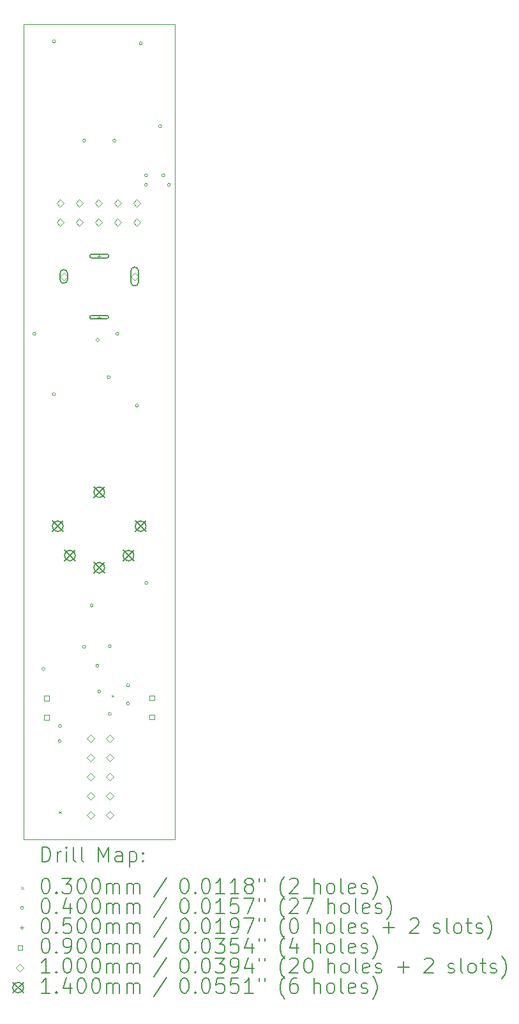
<source format=gbr>
%TF.GenerationSoftware,KiCad,Pcbnew,(7.0.0)*%
%TF.CreationDate,2023-05-21T11:17:06+02:00*%
%TF.ProjectId,midi-sync-module,6d696469-2d73-4796-9e63-2d6d6f64756c,rev?*%
%TF.SameCoordinates,Original*%
%TF.FileFunction,Drillmap*%
%TF.FilePolarity,Positive*%
%FSLAX45Y45*%
G04 Gerber Fmt 4.5, Leading zero omitted, Abs format (unit mm)*
G04 Created by KiCad (PCBNEW (7.0.0)) date 2023-05-21 11:17:06*
%MOMM*%
%LPD*%
G01*
G04 APERTURE LIST*
%ADD10C,0.100000*%
%ADD11C,0.200000*%
%ADD12C,0.030000*%
%ADD13C,0.040000*%
%ADD14C,0.050000*%
%ADD15C,0.090000*%
%ADD16C,0.140000*%
G04 APERTURE END LIST*
D10*
X17500000Y-3600000D02*
X19500000Y-3600000D01*
X19500000Y-3600000D02*
X19500000Y-14400000D01*
X19500000Y-14400000D02*
X17500000Y-14400000D01*
X17500000Y-14400000D02*
X17500000Y-3600000D01*
D11*
D12*
X17965000Y-14025000D02*
X17995000Y-14055000D01*
X17995000Y-14025000D02*
X17965000Y-14055000D01*
X18665000Y-12485000D02*
X18695000Y-12515000D01*
X18695000Y-12485000D02*
X18665000Y-12515000D01*
D13*
X17660000Y-7700000D02*
G75*
G03*
X17660000Y-7700000I-20000J0D01*
G01*
X17780000Y-12140000D02*
G75*
G03*
X17780000Y-12140000I-20000J0D01*
G01*
X17920000Y-3825000D02*
G75*
G03*
X17920000Y-3825000I-20000J0D01*
G01*
X17920000Y-8500000D02*
G75*
G03*
X17920000Y-8500000I-20000J0D01*
G01*
X17995000Y-13100000D02*
G75*
G03*
X17995000Y-13100000I-20000J0D01*
G01*
X18000000Y-12900000D02*
G75*
G03*
X18000000Y-12900000I-20000J0D01*
G01*
X18320000Y-5140000D02*
G75*
G03*
X18320000Y-5140000I-20000J0D01*
G01*
X18320000Y-11850000D02*
G75*
G03*
X18320000Y-11850000I-20000J0D01*
G01*
X18420000Y-11300000D02*
G75*
G03*
X18420000Y-11300000I-20000J0D01*
G01*
X18495000Y-12100000D02*
G75*
G03*
X18495000Y-12100000I-20000J0D01*
G01*
X18500000Y-7780000D02*
G75*
G03*
X18500000Y-7780000I-20000J0D01*
G01*
X18520000Y-12440000D02*
G75*
G03*
X18520000Y-12440000I-20000J0D01*
G01*
X18645000Y-8275000D02*
G75*
G03*
X18645000Y-8275000I-20000J0D01*
G01*
X18660000Y-11840000D02*
G75*
G03*
X18660000Y-11840000I-20000J0D01*
G01*
X18660000Y-12740000D02*
G75*
G03*
X18660000Y-12740000I-20000J0D01*
G01*
X18720000Y-5140000D02*
G75*
G03*
X18720000Y-5140000I-20000J0D01*
G01*
X18760000Y-7700000D02*
G75*
G03*
X18760000Y-7700000I-20000J0D01*
G01*
X18900000Y-12360000D02*
G75*
G03*
X18900000Y-12360000I-20000J0D01*
G01*
X18900000Y-12600000D02*
G75*
G03*
X18900000Y-12600000I-20000J0D01*
G01*
X19020000Y-8650000D02*
G75*
G03*
X19020000Y-8650000I-20000J0D01*
G01*
X19070000Y-3850000D02*
G75*
G03*
X19070000Y-3850000I-20000J0D01*
G01*
X19140000Y-5600000D02*
G75*
G03*
X19140000Y-5600000I-20000J0D01*
G01*
X19140000Y-5725000D02*
G75*
G03*
X19140000Y-5725000I-20000J0D01*
G01*
X19145000Y-11000000D02*
G75*
G03*
X19145000Y-11000000I-20000J0D01*
G01*
X19327500Y-4950000D02*
G75*
G03*
X19327500Y-4950000I-20000J0D01*
G01*
X19370000Y-5600000D02*
G75*
G03*
X19370000Y-5600000I-20000J0D01*
G01*
X19445000Y-5725000D02*
G75*
G03*
X19445000Y-5725000I-20000J0D01*
G01*
D14*
X18500000Y-6645000D02*
X18500000Y-6695000D01*
X18475000Y-6670000D02*
X18525000Y-6670000D01*
D11*
X18600000Y-6645000D02*
X18400000Y-6645000D01*
X18400000Y-6645000D02*
G75*
G03*
X18400000Y-6695000I0J-25000D01*
G01*
X18400000Y-6695000D02*
X18600000Y-6695000D01*
X18600000Y-6695000D02*
G75*
G03*
X18600000Y-6645000I0J25000D01*
G01*
D14*
X18500000Y-7455000D02*
X18500000Y-7505000D01*
X18475000Y-7480000D02*
X18525000Y-7480000D01*
D11*
X18600000Y-7455000D02*
X18400000Y-7455000D01*
X18400000Y-7455000D02*
G75*
G03*
X18400000Y-7505000I0J-25000D01*
G01*
X18400000Y-7505000D02*
X18600000Y-7505000D01*
X18600000Y-7505000D02*
G75*
G03*
X18600000Y-7455000I0J25000D01*
G01*
D15*
X17831820Y-12561570D02*
X17831820Y-12497930D01*
X17768180Y-12497930D01*
X17768180Y-12561570D01*
X17831820Y-12561570D01*
X17831820Y-12815570D02*
X17831820Y-12751930D01*
X17768180Y-12751930D01*
X17768180Y-12815570D01*
X17831820Y-12815570D01*
X19231820Y-12557820D02*
X19231820Y-12494180D01*
X19168180Y-12494180D01*
X19168180Y-12557820D01*
X19231820Y-12557820D01*
X19231820Y-12811820D02*
X19231820Y-12748180D01*
X19168180Y-12748180D01*
X19168180Y-12811820D01*
X19231820Y-12811820D01*
D10*
X17984000Y-6021000D02*
X18034000Y-5971000D01*
X17984000Y-5921000D01*
X17934000Y-5971000D01*
X17984000Y-6021000D01*
X17984000Y-6275000D02*
X18034000Y-6225000D01*
X17984000Y-6175000D01*
X17934000Y-6225000D01*
X17984000Y-6275000D01*
X18030000Y-6990000D02*
X18080000Y-6940000D01*
X18030000Y-6890000D01*
X17980000Y-6940000D01*
X18030000Y-6990000D01*
D11*
X17980000Y-6900000D02*
X17980000Y-6980000D01*
X17980000Y-6980000D02*
G75*
G03*
X18080000Y-6980000I50000J0D01*
G01*
X18080000Y-6980000D02*
X18080000Y-6900000D01*
X18080000Y-6900000D02*
G75*
G03*
X17980000Y-6900000I-50000J0D01*
G01*
D10*
X18238000Y-6021000D02*
X18288000Y-5971000D01*
X18238000Y-5921000D01*
X18188000Y-5971000D01*
X18238000Y-6021000D01*
X18238000Y-6275000D02*
X18288000Y-6225000D01*
X18238000Y-6175000D01*
X18188000Y-6225000D01*
X18238000Y-6275000D01*
X18386000Y-13116500D02*
X18436000Y-13066500D01*
X18386000Y-13016500D01*
X18336000Y-13066500D01*
X18386000Y-13116500D01*
X18386000Y-13370500D02*
X18436000Y-13320500D01*
X18386000Y-13270500D01*
X18336000Y-13320500D01*
X18386000Y-13370500D01*
X18386000Y-13624500D02*
X18436000Y-13574500D01*
X18386000Y-13524500D01*
X18336000Y-13574500D01*
X18386000Y-13624500D01*
X18386000Y-13878500D02*
X18436000Y-13828500D01*
X18386000Y-13778500D01*
X18336000Y-13828500D01*
X18386000Y-13878500D01*
X18386000Y-14132500D02*
X18436000Y-14082500D01*
X18386000Y-14032500D01*
X18336000Y-14082500D01*
X18386000Y-14132500D01*
X18492000Y-6021000D02*
X18542000Y-5971000D01*
X18492000Y-5921000D01*
X18442000Y-5971000D01*
X18492000Y-6021000D01*
X18492000Y-6275000D02*
X18542000Y-6225000D01*
X18492000Y-6175000D01*
X18442000Y-6225000D01*
X18492000Y-6275000D01*
X18640000Y-13116500D02*
X18690000Y-13066500D01*
X18640000Y-13016500D01*
X18590000Y-13066500D01*
X18640000Y-13116500D01*
X18640000Y-13370500D02*
X18690000Y-13320500D01*
X18640000Y-13270500D01*
X18590000Y-13320500D01*
X18640000Y-13370500D01*
X18640000Y-13624500D02*
X18690000Y-13574500D01*
X18640000Y-13524500D01*
X18590000Y-13574500D01*
X18640000Y-13624500D01*
X18640000Y-13878500D02*
X18690000Y-13828500D01*
X18640000Y-13778500D01*
X18590000Y-13828500D01*
X18640000Y-13878500D01*
X18640000Y-14132500D02*
X18690000Y-14082500D01*
X18640000Y-14032500D01*
X18590000Y-14082500D01*
X18640000Y-14132500D01*
X18746000Y-6021000D02*
X18796000Y-5971000D01*
X18746000Y-5921000D01*
X18696000Y-5971000D01*
X18746000Y-6021000D01*
X18746000Y-6275000D02*
X18796000Y-6225000D01*
X18746000Y-6175000D01*
X18696000Y-6225000D01*
X18746000Y-6275000D01*
X18970000Y-6990000D02*
X19020000Y-6940000D01*
X18970000Y-6890000D01*
X18920000Y-6940000D01*
X18970000Y-6990000D01*
D11*
X18920000Y-6865000D02*
X18920000Y-7015000D01*
X18920000Y-7015000D02*
G75*
G03*
X19020000Y-7015000I50000J0D01*
G01*
X19020000Y-7015000D02*
X19020000Y-6865000D01*
X19020000Y-6865000D02*
G75*
G03*
X18920000Y-6865000I-50000J0D01*
G01*
D10*
X19000000Y-6021000D02*
X19050000Y-5971000D01*
X19000000Y-5921000D01*
X18950000Y-5971000D01*
X19000000Y-6021000D01*
X19000000Y-6275000D02*
X19050000Y-6225000D01*
X19000000Y-6175000D01*
X18950000Y-6225000D01*
X19000000Y-6275000D01*
D16*
X17880000Y-10180000D02*
X18020000Y-10320000D01*
X18020000Y-10180000D02*
X17880000Y-10320000D01*
X18020000Y-10250000D02*
G75*
G03*
X18020000Y-10250000I-70000J0D01*
G01*
X18041000Y-10569000D02*
X18181000Y-10709000D01*
X18181000Y-10569000D02*
X18041000Y-10709000D01*
X18181000Y-10639000D02*
G75*
G03*
X18181000Y-10639000I-70000J0D01*
G01*
X18430000Y-9730000D02*
X18570000Y-9870000D01*
X18570000Y-9730000D02*
X18430000Y-9870000D01*
X18570000Y-9800000D02*
G75*
G03*
X18570000Y-9800000I-70000J0D01*
G01*
X18430000Y-10730000D02*
X18570000Y-10870000D01*
X18570000Y-10730000D02*
X18430000Y-10870000D01*
X18570000Y-10800000D02*
G75*
G03*
X18570000Y-10800000I-70000J0D01*
G01*
X18819000Y-10569000D02*
X18959000Y-10709000D01*
X18959000Y-10569000D02*
X18819000Y-10709000D01*
X18959000Y-10639000D02*
G75*
G03*
X18959000Y-10639000I-70000J0D01*
G01*
X18980000Y-10180000D02*
X19120000Y-10320000D01*
X19120000Y-10180000D02*
X18980000Y-10320000D01*
X19120000Y-10250000D02*
G75*
G03*
X19120000Y-10250000I-70000J0D01*
G01*
D11*
X17742619Y-14698476D02*
X17742619Y-14498476D01*
X17742619Y-14498476D02*
X17790238Y-14498476D01*
X17790238Y-14498476D02*
X17818810Y-14508000D01*
X17818810Y-14508000D02*
X17837857Y-14527048D01*
X17837857Y-14527048D02*
X17847381Y-14546095D01*
X17847381Y-14546095D02*
X17856905Y-14584190D01*
X17856905Y-14584190D02*
X17856905Y-14612762D01*
X17856905Y-14612762D02*
X17847381Y-14650857D01*
X17847381Y-14650857D02*
X17837857Y-14669905D01*
X17837857Y-14669905D02*
X17818810Y-14688952D01*
X17818810Y-14688952D02*
X17790238Y-14698476D01*
X17790238Y-14698476D02*
X17742619Y-14698476D01*
X17942619Y-14698476D02*
X17942619Y-14565143D01*
X17942619Y-14603238D02*
X17952143Y-14584190D01*
X17952143Y-14584190D02*
X17961667Y-14574667D01*
X17961667Y-14574667D02*
X17980714Y-14565143D01*
X17980714Y-14565143D02*
X17999762Y-14565143D01*
X18066429Y-14698476D02*
X18066429Y-14565143D01*
X18066429Y-14498476D02*
X18056905Y-14508000D01*
X18056905Y-14508000D02*
X18066429Y-14517524D01*
X18066429Y-14517524D02*
X18075952Y-14508000D01*
X18075952Y-14508000D02*
X18066429Y-14498476D01*
X18066429Y-14498476D02*
X18066429Y-14517524D01*
X18190238Y-14698476D02*
X18171190Y-14688952D01*
X18171190Y-14688952D02*
X18161667Y-14669905D01*
X18161667Y-14669905D02*
X18161667Y-14498476D01*
X18295000Y-14698476D02*
X18275952Y-14688952D01*
X18275952Y-14688952D02*
X18266429Y-14669905D01*
X18266429Y-14669905D02*
X18266429Y-14498476D01*
X18491190Y-14698476D02*
X18491190Y-14498476D01*
X18491190Y-14498476D02*
X18557857Y-14641333D01*
X18557857Y-14641333D02*
X18624524Y-14498476D01*
X18624524Y-14498476D02*
X18624524Y-14698476D01*
X18805476Y-14698476D02*
X18805476Y-14593714D01*
X18805476Y-14593714D02*
X18795952Y-14574667D01*
X18795952Y-14574667D02*
X18776905Y-14565143D01*
X18776905Y-14565143D02*
X18738809Y-14565143D01*
X18738809Y-14565143D02*
X18719762Y-14574667D01*
X18805476Y-14688952D02*
X18786429Y-14698476D01*
X18786429Y-14698476D02*
X18738809Y-14698476D01*
X18738809Y-14698476D02*
X18719762Y-14688952D01*
X18719762Y-14688952D02*
X18710238Y-14669905D01*
X18710238Y-14669905D02*
X18710238Y-14650857D01*
X18710238Y-14650857D02*
X18719762Y-14631809D01*
X18719762Y-14631809D02*
X18738809Y-14622286D01*
X18738809Y-14622286D02*
X18786429Y-14622286D01*
X18786429Y-14622286D02*
X18805476Y-14612762D01*
X18900714Y-14565143D02*
X18900714Y-14765143D01*
X18900714Y-14574667D02*
X18919762Y-14565143D01*
X18919762Y-14565143D02*
X18957857Y-14565143D01*
X18957857Y-14565143D02*
X18976905Y-14574667D01*
X18976905Y-14574667D02*
X18986429Y-14584190D01*
X18986429Y-14584190D02*
X18995952Y-14603238D01*
X18995952Y-14603238D02*
X18995952Y-14660381D01*
X18995952Y-14660381D02*
X18986429Y-14679428D01*
X18986429Y-14679428D02*
X18976905Y-14688952D01*
X18976905Y-14688952D02*
X18957857Y-14698476D01*
X18957857Y-14698476D02*
X18919762Y-14698476D01*
X18919762Y-14698476D02*
X18900714Y-14688952D01*
X19081667Y-14679428D02*
X19091190Y-14688952D01*
X19091190Y-14688952D02*
X19081667Y-14698476D01*
X19081667Y-14698476D02*
X19072143Y-14688952D01*
X19072143Y-14688952D02*
X19081667Y-14679428D01*
X19081667Y-14679428D02*
X19081667Y-14698476D01*
X19081667Y-14574667D02*
X19091190Y-14584190D01*
X19091190Y-14584190D02*
X19081667Y-14593714D01*
X19081667Y-14593714D02*
X19072143Y-14584190D01*
X19072143Y-14584190D02*
X19081667Y-14574667D01*
X19081667Y-14574667D02*
X19081667Y-14593714D01*
D12*
X17465000Y-15030000D02*
X17495000Y-15060000D01*
X17495000Y-15030000D02*
X17465000Y-15060000D01*
D11*
X17780714Y-14918476D02*
X17799762Y-14918476D01*
X17799762Y-14918476D02*
X17818810Y-14928000D01*
X17818810Y-14928000D02*
X17828333Y-14937524D01*
X17828333Y-14937524D02*
X17837857Y-14956571D01*
X17837857Y-14956571D02*
X17847381Y-14994667D01*
X17847381Y-14994667D02*
X17847381Y-15042286D01*
X17847381Y-15042286D02*
X17837857Y-15080381D01*
X17837857Y-15080381D02*
X17828333Y-15099428D01*
X17828333Y-15099428D02*
X17818810Y-15108952D01*
X17818810Y-15108952D02*
X17799762Y-15118476D01*
X17799762Y-15118476D02*
X17780714Y-15118476D01*
X17780714Y-15118476D02*
X17761667Y-15108952D01*
X17761667Y-15108952D02*
X17752143Y-15099428D01*
X17752143Y-15099428D02*
X17742619Y-15080381D01*
X17742619Y-15080381D02*
X17733095Y-15042286D01*
X17733095Y-15042286D02*
X17733095Y-14994667D01*
X17733095Y-14994667D02*
X17742619Y-14956571D01*
X17742619Y-14956571D02*
X17752143Y-14937524D01*
X17752143Y-14937524D02*
X17761667Y-14928000D01*
X17761667Y-14928000D02*
X17780714Y-14918476D01*
X17933095Y-15099428D02*
X17942619Y-15108952D01*
X17942619Y-15108952D02*
X17933095Y-15118476D01*
X17933095Y-15118476D02*
X17923571Y-15108952D01*
X17923571Y-15108952D02*
X17933095Y-15099428D01*
X17933095Y-15099428D02*
X17933095Y-15118476D01*
X18009286Y-14918476D02*
X18133095Y-14918476D01*
X18133095Y-14918476D02*
X18066429Y-14994667D01*
X18066429Y-14994667D02*
X18095000Y-14994667D01*
X18095000Y-14994667D02*
X18114048Y-15004190D01*
X18114048Y-15004190D02*
X18123571Y-15013714D01*
X18123571Y-15013714D02*
X18133095Y-15032762D01*
X18133095Y-15032762D02*
X18133095Y-15080381D01*
X18133095Y-15080381D02*
X18123571Y-15099428D01*
X18123571Y-15099428D02*
X18114048Y-15108952D01*
X18114048Y-15108952D02*
X18095000Y-15118476D01*
X18095000Y-15118476D02*
X18037857Y-15118476D01*
X18037857Y-15118476D02*
X18018810Y-15108952D01*
X18018810Y-15108952D02*
X18009286Y-15099428D01*
X18256905Y-14918476D02*
X18275952Y-14918476D01*
X18275952Y-14918476D02*
X18295000Y-14928000D01*
X18295000Y-14928000D02*
X18304524Y-14937524D01*
X18304524Y-14937524D02*
X18314048Y-14956571D01*
X18314048Y-14956571D02*
X18323571Y-14994667D01*
X18323571Y-14994667D02*
X18323571Y-15042286D01*
X18323571Y-15042286D02*
X18314048Y-15080381D01*
X18314048Y-15080381D02*
X18304524Y-15099428D01*
X18304524Y-15099428D02*
X18295000Y-15108952D01*
X18295000Y-15108952D02*
X18275952Y-15118476D01*
X18275952Y-15118476D02*
X18256905Y-15118476D01*
X18256905Y-15118476D02*
X18237857Y-15108952D01*
X18237857Y-15108952D02*
X18228333Y-15099428D01*
X18228333Y-15099428D02*
X18218810Y-15080381D01*
X18218810Y-15080381D02*
X18209286Y-15042286D01*
X18209286Y-15042286D02*
X18209286Y-14994667D01*
X18209286Y-14994667D02*
X18218810Y-14956571D01*
X18218810Y-14956571D02*
X18228333Y-14937524D01*
X18228333Y-14937524D02*
X18237857Y-14928000D01*
X18237857Y-14928000D02*
X18256905Y-14918476D01*
X18447381Y-14918476D02*
X18466429Y-14918476D01*
X18466429Y-14918476D02*
X18485476Y-14928000D01*
X18485476Y-14928000D02*
X18495000Y-14937524D01*
X18495000Y-14937524D02*
X18504524Y-14956571D01*
X18504524Y-14956571D02*
X18514048Y-14994667D01*
X18514048Y-14994667D02*
X18514048Y-15042286D01*
X18514048Y-15042286D02*
X18504524Y-15080381D01*
X18504524Y-15080381D02*
X18495000Y-15099428D01*
X18495000Y-15099428D02*
X18485476Y-15108952D01*
X18485476Y-15108952D02*
X18466429Y-15118476D01*
X18466429Y-15118476D02*
X18447381Y-15118476D01*
X18447381Y-15118476D02*
X18428333Y-15108952D01*
X18428333Y-15108952D02*
X18418810Y-15099428D01*
X18418810Y-15099428D02*
X18409286Y-15080381D01*
X18409286Y-15080381D02*
X18399762Y-15042286D01*
X18399762Y-15042286D02*
X18399762Y-14994667D01*
X18399762Y-14994667D02*
X18409286Y-14956571D01*
X18409286Y-14956571D02*
X18418810Y-14937524D01*
X18418810Y-14937524D02*
X18428333Y-14928000D01*
X18428333Y-14928000D02*
X18447381Y-14918476D01*
X18599762Y-15118476D02*
X18599762Y-14985143D01*
X18599762Y-15004190D02*
X18609286Y-14994667D01*
X18609286Y-14994667D02*
X18628333Y-14985143D01*
X18628333Y-14985143D02*
X18656905Y-14985143D01*
X18656905Y-14985143D02*
X18675952Y-14994667D01*
X18675952Y-14994667D02*
X18685476Y-15013714D01*
X18685476Y-15013714D02*
X18685476Y-15118476D01*
X18685476Y-15013714D02*
X18695000Y-14994667D01*
X18695000Y-14994667D02*
X18714048Y-14985143D01*
X18714048Y-14985143D02*
X18742619Y-14985143D01*
X18742619Y-14985143D02*
X18761667Y-14994667D01*
X18761667Y-14994667D02*
X18771191Y-15013714D01*
X18771191Y-15013714D02*
X18771191Y-15118476D01*
X18866429Y-15118476D02*
X18866429Y-14985143D01*
X18866429Y-15004190D02*
X18875952Y-14994667D01*
X18875952Y-14994667D02*
X18895000Y-14985143D01*
X18895000Y-14985143D02*
X18923572Y-14985143D01*
X18923572Y-14985143D02*
X18942619Y-14994667D01*
X18942619Y-14994667D02*
X18952143Y-15013714D01*
X18952143Y-15013714D02*
X18952143Y-15118476D01*
X18952143Y-15013714D02*
X18961667Y-14994667D01*
X18961667Y-14994667D02*
X18980714Y-14985143D01*
X18980714Y-14985143D02*
X19009286Y-14985143D01*
X19009286Y-14985143D02*
X19028333Y-14994667D01*
X19028333Y-14994667D02*
X19037857Y-15013714D01*
X19037857Y-15013714D02*
X19037857Y-15118476D01*
X19395952Y-14908952D02*
X19224524Y-15166095D01*
X19620714Y-14918476D02*
X19639762Y-14918476D01*
X19639762Y-14918476D02*
X19658810Y-14928000D01*
X19658810Y-14928000D02*
X19668333Y-14937524D01*
X19668333Y-14937524D02*
X19677857Y-14956571D01*
X19677857Y-14956571D02*
X19687381Y-14994667D01*
X19687381Y-14994667D02*
X19687381Y-15042286D01*
X19687381Y-15042286D02*
X19677857Y-15080381D01*
X19677857Y-15080381D02*
X19668333Y-15099428D01*
X19668333Y-15099428D02*
X19658810Y-15108952D01*
X19658810Y-15108952D02*
X19639762Y-15118476D01*
X19639762Y-15118476D02*
X19620714Y-15118476D01*
X19620714Y-15118476D02*
X19601667Y-15108952D01*
X19601667Y-15108952D02*
X19592143Y-15099428D01*
X19592143Y-15099428D02*
X19582619Y-15080381D01*
X19582619Y-15080381D02*
X19573095Y-15042286D01*
X19573095Y-15042286D02*
X19573095Y-14994667D01*
X19573095Y-14994667D02*
X19582619Y-14956571D01*
X19582619Y-14956571D02*
X19592143Y-14937524D01*
X19592143Y-14937524D02*
X19601667Y-14928000D01*
X19601667Y-14928000D02*
X19620714Y-14918476D01*
X19773095Y-15099428D02*
X19782619Y-15108952D01*
X19782619Y-15108952D02*
X19773095Y-15118476D01*
X19773095Y-15118476D02*
X19763572Y-15108952D01*
X19763572Y-15108952D02*
X19773095Y-15099428D01*
X19773095Y-15099428D02*
X19773095Y-15118476D01*
X19906429Y-14918476D02*
X19925476Y-14918476D01*
X19925476Y-14918476D02*
X19944524Y-14928000D01*
X19944524Y-14928000D02*
X19954048Y-14937524D01*
X19954048Y-14937524D02*
X19963572Y-14956571D01*
X19963572Y-14956571D02*
X19973095Y-14994667D01*
X19973095Y-14994667D02*
X19973095Y-15042286D01*
X19973095Y-15042286D02*
X19963572Y-15080381D01*
X19963572Y-15080381D02*
X19954048Y-15099428D01*
X19954048Y-15099428D02*
X19944524Y-15108952D01*
X19944524Y-15108952D02*
X19925476Y-15118476D01*
X19925476Y-15118476D02*
X19906429Y-15118476D01*
X19906429Y-15118476D02*
X19887381Y-15108952D01*
X19887381Y-15108952D02*
X19877857Y-15099428D01*
X19877857Y-15099428D02*
X19868333Y-15080381D01*
X19868333Y-15080381D02*
X19858810Y-15042286D01*
X19858810Y-15042286D02*
X19858810Y-14994667D01*
X19858810Y-14994667D02*
X19868333Y-14956571D01*
X19868333Y-14956571D02*
X19877857Y-14937524D01*
X19877857Y-14937524D02*
X19887381Y-14928000D01*
X19887381Y-14928000D02*
X19906429Y-14918476D01*
X20163572Y-15118476D02*
X20049286Y-15118476D01*
X20106429Y-15118476D02*
X20106429Y-14918476D01*
X20106429Y-14918476D02*
X20087381Y-14947048D01*
X20087381Y-14947048D02*
X20068333Y-14966095D01*
X20068333Y-14966095D02*
X20049286Y-14975619D01*
X20354048Y-15118476D02*
X20239762Y-15118476D01*
X20296905Y-15118476D02*
X20296905Y-14918476D01*
X20296905Y-14918476D02*
X20277857Y-14947048D01*
X20277857Y-14947048D02*
X20258810Y-14966095D01*
X20258810Y-14966095D02*
X20239762Y-14975619D01*
X20468333Y-15004190D02*
X20449286Y-14994667D01*
X20449286Y-14994667D02*
X20439762Y-14985143D01*
X20439762Y-14985143D02*
X20430238Y-14966095D01*
X20430238Y-14966095D02*
X20430238Y-14956571D01*
X20430238Y-14956571D02*
X20439762Y-14937524D01*
X20439762Y-14937524D02*
X20449286Y-14928000D01*
X20449286Y-14928000D02*
X20468333Y-14918476D01*
X20468333Y-14918476D02*
X20506429Y-14918476D01*
X20506429Y-14918476D02*
X20525476Y-14928000D01*
X20525476Y-14928000D02*
X20535000Y-14937524D01*
X20535000Y-14937524D02*
X20544524Y-14956571D01*
X20544524Y-14956571D02*
X20544524Y-14966095D01*
X20544524Y-14966095D02*
X20535000Y-14985143D01*
X20535000Y-14985143D02*
X20525476Y-14994667D01*
X20525476Y-14994667D02*
X20506429Y-15004190D01*
X20506429Y-15004190D02*
X20468333Y-15004190D01*
X20468333Y-15004190D02*
X20449286Y-15013714D01*
X20449286Y-15013714D02*
X20439762Y-15023238D01*
X20439762Y-15023238D02*
X20430238Y-15042286D01*
X20430238Y-15042286D02*
X20430238Y-15080381D01*
X20430238Y-15080381D02*
X20439762Y-15099428D01*
X20439762Y-15099428D02*
X20449286Y-15108952D01*
X20449286Y-15108952D02*
X20468333Y-15118476D01*
X20468333Y-15118476D02*
X20506429Y-15118476D01*
X20506429Y-15118476D02*
X20525476Y-15108952D01*
X20525476Y-15108952D02*
X20535000Y-15099428D01*
X20535000Y-15099428D02*
X20544524Y-15080381D01*
X20544524Y-15080381D02*
X20544524Y-15042286D01*
X20544524Y-15042286D02*
X20535000Y-15023238D01*
X20535000Y-15023238D02*
X20525476Y-15013714D01*
X20525476Y-15013714D02*
X20506429Y-15004190D01*
X20620714Y-14918476D02*
X20620714Y-14956571D01*
X20696905Y-14918476D02*
X20696905Y-14956571D01*
X20959762Y-15194667D02*
X20950238Y-15185143D01*
X20950238Y-15185143D02*
X20931191Y-15156571D01*
X20931191Y-15156571D02*
X20921667Y-15137524D01*
X20921667Y-15137524D02*
X20912143Y-15108952D01*
X20912143Y-15108952D02*
X20902619Y-15061333D01*
X20902619Y-15061333D02*
X20902619Y-15023238D01*
X20902619Y-15023238D02*
X20912143Y-14975619D01*
X20912143Y-14975619D02*
X20921667Y-14947048D01*
X20921667Y-14947048D02*
X20931191Y-14928000D01*
X20931191Y-14928000D02*
X20950238Y-14899428D01*
X20950238Y-14899428D02*
X20959762Y-14889905D01*
X21026429Y-14937524D02*
X21035953Y-14928000D01*
X21035953Y-14928000D02*
X21055000Y-14918476D01*
X21055000Y-14918476D02*
X21102619Y-14918476D01*
X21102619Y-14918476D02*
X21121667Y-14928000D01*
X21121667Y-14928000D02*
X21131191Y-14937524D01*
X21131191Y-14937524D02*
X21140714Y-14956571D01*
X21140714Y-14956571D02*
X21140714Y-14975619D01*
X21140714Y-14975619D02*
X21131191Y-15004190D01*
X21131191Y-15004190D02*
X21016905Y-15118476D01*
X21016905Y-15118476D02*
X21140714Y-15118476D01*
X21346429Y-15118476D02*
X21346429Y-14918476D01*
X21432143Y-15118476D02*
X21432143Y-15013714D01*
X21432143Y-15013714D02*
X21422619Y-14994667D01*
X21422619Y-14994667D02*
X21403572Y-14985143D01*
X21403572Y-14985143D02*
X21375000Y-14985143D01*
X21375000Y-14985143D02*
X21355953Y-14994667D01*
X21355953Y-14994667D02*
X21346429Y-15004190D01*
X21555953Y-15118476D02*
X21536905Y-15108952D01*
X21536905Y-15108952D02*
X21527381Y-15099428D01*
X21527381Y-15099428D02*
X21517857Y-15080381D01*
X21517857Y-15080381D02*
X21517857Y-15023238D01*
X21517857Y-15023238D02*
X21527381Y-15004190D01*
X21527381Y-15004190D02*
X21536905Y-14994667D01*
X21536905Y-14994667D02*
X21555953Y-14985143D01*
X21555953Y-14985143D02*
X21584524Y-14985143D01*
X21584524Y-14985143D02*
X21603572Y-14994667D01*
X21603572Y-14994667D02*
X21613095Y-15004190D01*
X21613095Y-15004190D02*
X21622619Y-15023238D01*
X21622619Y-15023238D02*
X21622619Y-15080381D01*
X21622619Y-15080381D02*
X21613095Y-15099428D01*
X21613095Y-15099428D02*
X21603572Y-15108952D01*
X21603572Y-15108952D02*
X21584524Y-15118476D01*
X21584524Y-15118476D02*
X21555953Y-15118476D01*
X21736905Y-15118476D02*
X21717857Y-15108952D01*
X21717857Y-15108952D02*
X21708334Y-15089905D01*
X21708334Y-15089905D02*
X21708334Y-14918476D01*
X21889286Y-15108952D02*
X21870238Y-15118476D01*
X21870238Y-15118476D02*
X21832143Y-15118476D01*
X21832143Y-15118476D02*
X21813095Y-15108952D01*
X21813095Y-15108952D02*
X21803572Y-15089905D01*
X21803572Y-15089905D02*
X21803572Y-15013714D01*
X21803572Y-15013714D02*
X21813095Y-14994667D01*
X21813095Y-14994667D02*
X21832143Y-14985143D01*
X21832143Y-14985143D02*
X21870238Y-14985143D01*
X21870238Y-14985143D02*
X21889286Y-14994667D01*
X21889286Y-14994667D02*
X21898810Y-15013714D01*
X21898810Y-15013714D02*
X21898810Y-15032762D01*
X21898810Y-15032762D02*
X21803572Y-15051809D01*
X21975000Y-15108952D02*
X21994048Y-15118476D01*
X21994048Y-15118476D02*
X22032143Y-15118476D01*
X22032143Y-15118476D02*
X22051191Y-15108952D01*
X22051191Y-15108952D02*
X22060715Y-15089905D01*
X22060715Y-15089905D02*
X22060715Y-15080381D01*
X22060715Y-15080381D02*
X22051191Y-15061333D01*
X22051191Y-15061333D02*
X22032143Y-15051809D01*
X22032143Y-15051809D02*
X22003572Y-15051809D01*
X22003572Y-15051809D02*
X21984524Y-15042286D01*
X21984524Y-15042286D02*
X21975000Y-15023238D01*
X21975000Y-15023238D02*
X21975000Y-15013714D01*
X21975000Y-15013714D02*
X21984524Y-14994667D01*
X21984524Y-14994667D02*
X22003572Y-14985143D01*
X22003572Y-14985143D02*
X22032143Y-14985143D01*
X22032143Y-14985143D02*
X22051191Y-14994667D01*
X22127381Y-15194667D02*
X22136905Y-15185143D01*
X22136905Y-15185143D02*
X22155953Y-15156571D01*
X22155953Y-15156571D02*
X22165476Y-15137524D01*
X22165476Y-15137524D02*
X22175000Y-15108952D01*
X22175000Y-15108952D02*
X22184524Y-15061333D01*
X22184524Y-15061333D02*
X22184524Y-15023238D01*
X22184524Y-15023238D02*
X22175000Y-14975619D01*
X22175000Y-14975619D02*
X22165476Y-14947048D01*
X22165476Y-14947048D02*
X22155953Y-14928000D01*
X22155953Y-14928000D02*
X22136905Y-14899428D01*
X22136905Y-14899428D02*
X22127381Y-14889905D01*
D13*
X17495000Y-15309000D02*
G75*
G03*
X17495000Y-15309000I-20000J0D01*
G01*
D11*
X17780714Y-15182476D02*
X17799762Y-15182476D01*
X17799762Y-15182476D02*
X17818810Y-15192000D01*
X17818810Y-15192000D02*
X17828333Y-15201524D01*
X17828333Y-15201524D02*
X17837857Y-15220571D01*
X17837857Y-15220571D02*
X17847381Y-15258667D01*
X17847381Y-15258667D02*
X17847381Y-15306286D01*
X17847381Y-15306286D02*
X17837857Y-15344381D01*
X17837857Y-15344381D02*
X17828333Y-15363428D01*
X17828333Y-15363428D02*
X17818810Y-15372952D01*
X17818810Y-15372952D02*
X17799762Y-15382476D01*
X17799762Y-15382476D02*
X17780714Y-15382476D01*
X17780714Y-15382476D02*
X17761667Y-15372952D01*
X17761667Y-15372952D02*
X17752143Y-15363428D01*
X17752143Y-15363428D02*
X17742619Y-15344381D01*
X17742619Y-15344381D02*
X17733095Y-15306286D01*
X17733095Y-15306286D02*
X17733095Y-15258667D01*
X17733095Y-15258667D02*
X17742619Y-15220571D01*
X17742619Y-15220571D02*
X17752143Y-15201524D01*
X17752143Y-15201524D02*
X17761667Y-15192000D01*
X17761667Y-15192000D02*
X17780714Y-15182476D01*
X17933095Y-15363428D02*
X17942619Y-15372952D01*
X17942619Y-15372952D02*
X17933095Y-15382476D01*
X17933095Y-15382476D02*
X17923571Y-15372952D01*
X17923571Y-15372952D02*
X17933095Y-15363428D01*
X17933095Y-15363428D02*
X17933095Y-15382476D01*
X18114048Y-15249143D02*
X18114048Y-15382476D01*
X18066429Y-15172952D02*
X18018810Y-15315809D01*
X18018810Y-15315809D02*
X18142619Y-15315809D01*
X18256905Y-15182476D02*
X18275952Y-15182476D01*
X18275952Y-15182476D02*
X18295000Y-15192000D01*
X18295000Y-15192000D02*
X18304524Y-15201524D01*
X18304524Y-15201524D02*
X18314048Y-15220571D01*
X18314048Y-15220571D02*
X18323571Y-15258667D01*
X18323571Y-15258667D02*
X18323571Y-15306286D01*
X18323571Y-15306286D02*
X18314048Y-15344381D01*
X18314048Y-15344381D02*
X18304524Y-15363428D01*
X18304524Y-15363428D02*
X18295000Y-15372952D01*
X18295000Y-15372952D02*
X18275952Y-15382476D01*
X18275952Y-15382476D02*
X18256905Y-15382476D01*
X18256905Y-15382476D02*
X18237857Y-15372952D01*
X18237857Y-15372952D02*
X18228333Y-15363428D01*
X18228333Y-15363428D02*
X18218810Y-15344381D01*
X18218810Y-15344381D02*
X18209286Y-15306286D01*
X18209286Y-15306286D02*
X18209286Y-15258667D01*
X18209286Y-15258667D02*
X18218810Y-15220571D01*
X18218810Y-15220571D02*
X18228333Y-15201524D01*
X18228333Y-15201524D02*
X18237857Y-15192000D01*
X18237857Y-15192000D02*
X18256905Y-15182476D01*
X18447381Y-15182476D02*
X18466429Y-15182476D01*
X18466429Y-15182476D02*
X18485476Y-15192000D01*
X18485476Y-15192000D02*
X18495000Y-15201524D01*
X18495000Y-15201524D02*
X18504524Y-15220571D01*
X18504524Y-15220571D02*
X18514048Y-15258667D01*
X18514048Y-15258667D02*
X18514048Y-15306286D01*
X18514048Y-15306286D02*
X18504524Y-15344381D01*
X18504524Y-15344381D02*
X18495000Y-15363428D01*
X18495000Y-15363428D02*
X18485476Y-15372952D01*
X18485476Y-15372952D02*
X18466429Y-15382476D01*
X18466429Y-15382476D02*
X18447381Y-15382476D01*
X18447381Y-15382476D02*
X18428333Y-15372952D01*
X18428333Y-15372952D02*
X18418810Y-15363428D01*
X18418810Y-15363428D02*
X18409286Y-15344381D01*
X18409286Y-15344381D02*
X18399762Y-15306286D01*
X18399762Y-15306286D02*
X18399762Y-15258667D01*
X18399762Y-15258667D02*
X18409286Y-15220571D01*
X18409286Y-15220571D02*
X18418810Y-15201524D01*
X18418810Y-15201524D02*
X18428333Y-15192000D01*
X18428333Y-15192000D02*
X18447381Y-15182476D01*
X18599762Y-15382476D02*
X18599762Y-15249143D01*
X18599762Y-15268190D02*
X18609286Y-15258667D01*
X18609286Y-15258667D02*
X18628333Y-15249143D01*
X18628333Y-15249143D02*
X18656905Y-15249143D01*
X18656905Y-15249143D02*
X18675952Y-15258667D01*
X18675952Y-15258667D02*
X18685476Y-15277714D01*
X18685476Y-15277714D02*
X18685476Y-15382476D01*
X18685476Y-15277714D02*
X18695000Y-15258667D01*
X18695000Y-15258667D02*
X18714048Y-15249143D01*
X18714048Y-15249143D02*
X18742619Y-15249143D01*
X18742619Y-15249143D02*
X18761667Y-15258667D01*
X18761667Y-15258667D02*
X18771191Y-15277714D01*
X18771191Y-15277714D02*
X18771191Y-15382476D01*
X18866429Y-15382476D02*
X18866429Y-15249143D01*
X18866429Y-15268190D02*
X18875952Y-15258667D01*
X18875952Y-15258667D02*
X18895000Y-15249143D01*
X18895000Y-15249143D02*
X18923572Y-15249143D01*
X18923572Y-15249143D02*
X18942619Y-15258667D01*
X18942619Y-15258667D02*
X18952143Y-15277714D01*
X18952143Y-15277714D02*
X18952143Y-15382476D01*
X18952143Y-15277714D02*
X18961667Y-15258667D01*
X18961667Y-15258667D02*
X18980714Y-15249143D01*
X18980714Y-15249143D02*
X19009286Y-15249143D01*
X19009286Y-15249143D02*
X19028333Y-15258667D01*
X19028333Y-15258667D02*
X19037857Y-15277714D01*
X19037857Y-15277714D02*
X19037857Y-15382476D01*
X19395952Y-15172952D02*
X19224524Y-15430095D01*
X19620714Y-15182476D02*
X19639762Y-15182476D01*
X19639762Y-15182476D02*
X19658810Y-15192000D01*
X19658810Y-15192000D02*
X19668333Y-15201524D01*
X19668333Y-15201524D02*
X19677857Y-15220571D01*
X19677857Y-15220571D02*
X19687381Y-15258667D01*
X19687381Y-15258667D02*
X19687381Y-15306286D01*
X19687381Y-15306286D02*
X19677857Y-15344381D01*
X19677857Y-15344381D02*
X19668333Y-15363428D01*
X19668333Y-15363428D02*
X19658810Y-15372952D01*
X19658810Y-15372952D02*
X19639762Y-15382476D01*
X19639762Y-15382476D02*
X19620714Y-15382476D01*
X19620714Y-15382476D02*
X19601667Y-15372952D01*
X19601667Y-15372952D02*
X19592143Y-15363428D01*
X19592143Y-15363428D02*
X19582619Y-15344381D01*
X19582619Y-15344381D02*
X19573095Y-15306286D01*
X19573095Y-15306286D02*
X19573095Y-15258667D01*
X19573095Y-15258667D02*
X19582619Y-15220571D01*
X19582619Y-15220571D02*
X19592143Y-15201524D01*
X19592143Y-15201524D02*
X19601667Y-15192000D01*
X19601667Y-15192000D02*
X19620714Y-15182476D01*
X19773095Y-15363428D02*
X19782619Y-15372952D01*
X19782619Y-15372952D02*
X19773095Y-15382476D01*
X19773095Y-15382476D02*
X19763572Y-15372952D01*
X19763572Y-15372952D02*
X19773095Y-15363428D01*
X19773095Y-15363428D02*
X19773095Y-15382476D01*
X19906429Y-15182476D02*
X19925476Y-15182476D01*
X19925476Y-15182476D02*
X19944524Y-15192000D01*
X19944524Y-15192000D02*
X19954048Y-15201524D01*
X19954048Y-15201524D02*
X19963572Y-15220571D01*
X19963572Y-15220571D02*
X19973095Y-15258667D01*
X19973095Y-15258667D02*
X19973095Y-15306286D01*
X19973095Y-15306286D02*
X19963572Y-15344381D01*
X19963572Y-15344381D02*
X19954048Y-15363428D01*
X19954048Y-15363428D02*
X19944524Y-15372952D01*
X19944524Y-15372952D02*
X19925476Y-15382476D01*
X19925476Y-15382476D02*
X19906429Y-15382476D01*
X19906429Y-15382476D02*
X19887381Y-15372952D01*
X19887381Y-15372952D02*
X19877857Y-15363428D01*
X19877857Y-15363428D02*
X19868333Y-15344381D01*
X19868333Y-15344381D02*
X19858810Y-15306286D01*
X19858810Y-15306286D02*
X19858810Y-15258667D01*
X19858810Y-15258667D02*
X19868333Y-15220571D01*
X19868333Y-15220571D02*
X19877857Y-15201524D01*
X19877857Y-15201524D02*
X19887381Y-15192000D01*
X19887381Y-15192000D02*
X19906429Y-15182476D01*
X20163572Y-15382476D02*
X20049286Y-15382476D01*
X20106429Y-15382476D02*
X20106429Y-15182476D01*
X20106429Y-15182476D02*
X20087381Y-15211048D01*
X20087381Y-15211048D02*
X20068333Y-15230095D01*
X20068333Y-15230095D02*
X20049286Y-15239619D01*
X20344524Y-15182476D02*
X20249286Y-15182476D01*
X20249286Y-15182476D02*
X20239762Y-15277714D01*
X20239762Y-15277714D02*
X20249286Y-15268190D01*
X20249286Y-15268190D02*
X20268333Y-15258667D01*
X20268333Y-15258667D02*
X20315953Y-15258667D01*
X20315953Y-15258667D02*
X20335000Y-15268190D01*
X20335000Y-15268190D02*
X20344524Y-15277714D01*
X20344524Y-15277714D02*
X20354048Y-15296762D01*
X20354048Y-15296762D02*
X20354048Y-15344381D01*
X20354048Y-15344381D02*
X20344524Y-15363428D01*
X20344524Y-15363428D02*
X20335000Y-15372952D01*
X20335000Y-15372952D02*
X20315953Y-15382476D01*
X20315953Y-15382476D02*
X20268333Y-15382476D01*
X20268333Y-15382476D02*
X20249286Y-15372952D01*
X20249286Y-15372952D02*
X20239762Y-15363428D01*
X20420714Y-15182476D02*
X20554048Y-15182476D01*
X20554048Y-15182476D02*
X20468333Y-15382476D01*
X20620714Y-15182476D02*
X20620714Y-15220571D01*
X20696905Y-15182476D02*
X20696905Y-15220571D01*
X20959762Y-15458667D02*
X20950238Y-15449143D01*
X20950238Y-15449143D02*
X20931191Y-15420571D01*
X20931191Y-15420571D02*
X20921667Y-15401524D01*
X20921667Y-15401524D02*
X20912143Y-15372952D01*
X20912143Y-15372952D02*
X20902619Y-15325333D01*
X20902619Y-15325333D02*
X20902619Y-15287238D01*
X20902619Y-15287238D02*
X20912143Y-15239619D01*
X20912143Y-15239619D02*
X20921667Y-15211048D01*
X20921667Y-15211048D02*
X20931191Y-15192000D01*
X20931191Y-15192000D02*
X20950238Y-15163428D01*
X20950238Y-15163428D02*
X20959762Y-15153905D01*
X21026429Y-15201524D02*
X21035953Y-15192000D01*
X21035953Y-15192000D02*
X21055000Y-15182476D01*
X21055000Y-15182476D02*
X21102619Y-15182476D01*
X21102619Y-15182476D02*
X21121667Y-15192000D01*
X21121667Y-15192000D02*
X21131191Y-15201524D01*
X21131191Y-15201524D02*
X21140714Y-15220571D01*
X21140714Y-15220571D02*
X21140714Y-15239619D01*
X21140714Y-15239619D02*
X21131191Y-15268190D01*
X21131191Y-15268190D02*
X21016905Y-15382476D01*
X21016905Y-15382476D02*
X21140714Y-15382476D01*
X21207381Y-15182476D02*
X21340714Y-15182476D01*
X21340714Y-15182476D02*
X21255000Y-15382476D01*
X21536905Y-15382476D02*
X21536905Y-15182476D01*
X21622619Y-15382476D02*
X21622619Y-15277714D01*
X21622619Y-15277714D02*
X21613095Y-15258667D01*
X21613095Y-15258667D02*
X21594048Y-15249143D01*
X21594048Y-15249143D02*
X21565476Y-15249143D01*
X21565476Y-15249143D02*
X21546429Y-15258667D01*
X21546429Y-15258667D02*
X21536905Y-15268190D01*
X21746429Y-15382476D02*
X21727381Y-15372952D01*
X21727381Y-15372952D02*
X21717857Y-15363428D01*
X21717857Y-15363428D02*
X21708334Y-15344381D01*
X21708334Y-15344381D02*
X21708334Y-15287238D01*
X21708334Y-15287238D02*
X21717857Y-15268190D01*
X21717857Y-15268190D02*
X21727381Y-15258667D01*
X21727381Y-15258667D02*
X21746429Y-15249143D01*
X21746429Y-15249143D02*
X21775000Y-15249143D01*
X21775000Y-15249143D02*
X21794048Y-15258667D01*
X21794048Y-15258667D02*
X21803572Y-15268190D01*
X21803572Y-15268190D02*
X21813095Y-15287238D01*
X21813095Y-15287238D02*
X21813095Y-15344381D01*
X21813095Y-15344381D02*
X21803572Y-15363428D01*
X21803572Y-15363428D02*
X21794048Y-15372952D01*
X21794048Y-15372952D02*
X21775000Y-15382476D01*
X21775000Y-15382476D02*
X21746429Y-15382476D01*
X21927381Y-15382476D02*
X21908334Y-15372952D01*
X21908334Y-15372952D02*
X21898810Y-15353905D01*
X21898810Y-15353905D02*
X21898810Y-15182476D01*
X22079762Y-15372952D02*
X22060715Y-15382476D01*
X22060715Y-15382476D02*
X22022619Y-15382476D01*
X22022619Y-15382476D02*
X22003572Y-15372952D01*
X22003572Y-15372952D02*
X21994048Y-15353905D01*
X21994048Y-15353905D02*
X21994048Y-15277714D01*
X21994048Y-15277714D02*
X22003572Y-15258667D01*
X22003572Y-15258667D02*
X22022619Y-15249143D01*
X22022619Y-15249143D02*
X22060715Y-15249143D01*
X22060715Y-15249143D02*
X22079762Y-15258667D01*
X22079762Y-15258667D02*
X22089286Y-15277714D01*
X22089286Y-15277714D02*
X22089286Y-15296762D01*
X22089286Y-15296762D02*
X21994048Y-15315809D01*
X22165476Y-15372952D02*
X22184524Y-15382476D01*
X22184524Y-15382476D02*
X22222619Y-15382476D01*
X22222619Y-15382476D02*
X22241667Y-15372952D01*
X22241667Y-15372952D02*
X22251191Y-15353905D01*
X22251191Y-15353905D02*
X22251191Y-15344381D01*
X22251191Y-15344381D02*
X22241667Y-15325333D01*
X22241667Y-15325333D02*
X22222619Y-15315809D01*
X22222619Y-15315809D02*
X22194048Y-15315809D01*
X22194048Y-15315809D02*
X22175000Y-15306286D01*
X22175000Y-15306286D02*
X22165476Y-15287238D01*
X22165476Y-15287238D02*
X22165476Y-15277714D01*
X22165476Y-15277714D02*
X22175000Y-15258667D01*
X22175000Y-15258667D02*
X22194048Y-15249143D01*
X22194048Y-15249143D02*
X22222619Y-15249143D01*
X22222619Y-15249143D02*
X22241667Y-15258667D01*
X22317857Y-15458667D02*
X22327381Y-15449143D01*
X22327381Y-15449143D02*
X22346429Y-15420571D01*
X22346429Y-15420571D02*
X22355953Y-15401524D01*
X22355953Y-15401524D02*
X22365476Y-15372952D01*
X22365476Y-15372952D02*
X22375000Y-15325333D01*
X22375000Y-15325333D02*
X22375000Y-15287238D01*
X22375000Y-15287238D02*
X22365476Y-15239619D01*
X22365476Y-15239619D02*
X22355953Y-15211048D01*
X22355953Y-15211048D02*
X22346429Y-15192000D01*
X22346429Y-15192000D02*
X22327381Y-15163428D01*
X22327381Y-15163428D02*
X22317857Y-15153905D01*
D14*
X17470000Y-15548000D02*
X17470000Y-15598000D01*
X17445000Y-15573000D02*
X17495000Y-15573000D01*
D11*
X17780714Y-15446476D02*
X17799762Y-15446476D01*
X17799762Y-15446476D02*
X17818810Y-15456000D01*
X17818810Y-15456000D02*
X17828333Y-15465524D01*
X17828333Y-15465524D02*
X17837857Y-15484571D01*
X17837857Y-15484571D02*
X17847381Y-15522667D01*
X17847381Y-15522667D02*
X17847381Y-15570286D01*
X17847381Y-15570286D02*
X17837857Y-15608381D01*
X17837857Y-15608381D02*
X17828333Y-15627428D01*
X17828333Y-15627428D02*
X17818810Y-15636952D01*
X17818810Y-15636952D02*
X17799762Y-15646476D01*
X17799762Y-15646476D02*
X17780714Y-15646476D01*
X17780714Y-15646476D02*
X17761667Y-15636952D01*
X17761667Y-15636952D02*
X17752143Y-15627428D01*
X17752143Y-15627428D02*
X17742619Y-15608381D01*
X17742619Y-15608381D02*
X17733095Y-15570286D01*
X17733095Y-15570286D02*
X17733095Y-15522667D01*
X17733095Y-15522667D02*
X17742619Y-15484571D01*
X17742619Y-15484571D02*
X17752143Y-15465524D01*
X17752143Y-15465524D02*
X17761667Y-15456000D01*
X17761667Y-15456000D02*
X17780714Y-15446476D01*
X17933095Y-15627428D02*
X17942619Y-15636952D01*
X17942619Y-15636952D02*
X17933095Y-15646476D01*
X17933095Y-15646476D02*
X17923571Y-15636952D01*
X17923571Y-15636952D02*
X17933095Y-15627428D01*
X17933095Y-15627428D02*
X17933095Y-15646476D01*
X18123571Y-15446476D02*
X18028333Y-15446476D01*
X18028333Y-15446476D02*
X18018810Y-15541714D01*
X18018810Y-15541714D02*
X18028333Y-15532190D01*
X18028333Y-15532190D02*
X18047381Y-15522667D01*
X18047381Y-15522667D02*
X18095000Y-15522667D01*
X18095000Y-15522667D02*
X18114048Y-15532190D01*
X18114048Y-15532190D02*
X18123571Y-15541714D01*
X18123571Y-15541714D02*
X18133095Y-15560762D01*
X18133095Y-15560762D02*
X18133095Y-15608381D01*
X18133095Y-15608381D02*
X18123571Y-15627428D01*
X18123571Y-15627428D02*
X18114048Y-15636952D01*
X18114048Y-15636952D02*
X18095000Y-15646476D01*
X18095000Y-15646476D02*
X18047381Y-15646476D01*
X18047381Y-15646476D02*
X18028333Y-15636952D01*
X18028333Y-15636952D02*
X18018810Y-15627428D01*
X18256905Y-15446476D02*
X18275952Y-15446476D01*
X18275952Y-15446476D02*
X18295000Y-15456000D01*
X18295000Y-15456000D02*
X18304524Y-15465524D01*
X18304524Y-15465524D02*
X18314048Y-15484571D01*
X18314048Y-15484571D02*
X18323571Y-15522667D01*
X18323571Y-15522667D02*
X18323571Y-15570286D01*
X18323571Y-15570286D02*
X18314048Y-15608381D01*
X18314048Y-15608381D02*
X18304524Y-15627428D01*
X18304524Y-15627428D02*
X18295000Y-15636952D01*
X18295000Y-15636952D02*
X18275952Y-15646476D01*
X18275952Y-15646476D02*
X18256905Y-15646476D01*
X18256905Y-15646476D02*
X18237857Y-15636952D01*
X18237857Y-15636952D02*
X18228333Y-15627428D01*
X18228333Y-15627428D02*
X18218810Y-15608381D01*
X18218810Y-15608381D02*
X18209286Y-15570286D01*
X18209286Y-15570286D02*
X18209286Y-15522667D01*
X18209286Y-15522667D02*
X18218810Y-15484571D01*
X18218810Y-15484571D02*
X18228333Y-15465524D01*
X18228333Y-15465524D02*
X18237857Y-15456000D01*
X18237857Y-15456000D02*
X18256905Y-15446476D01*
X18447381Y-15446476D02*
X18466429Y-15446476D01*
X18466429Y-15446476D02*
X18485476Y-15456000D01*
X18485476Y-15456000D02*
X18495000Y-15465524D01*
X18495000Y-15465524D02*
X18504524Y-15484571D01*
X18504524Y-15484571D02*
X18514048Y-15522667D01*
X18514048Y-15522667D02*
X18514048Y-15570286D01*
X18514048Y-15570286D02*
X18504524Y-15608381D01*
X18504524Y-15608381D02*
X18495000Y-15627428D01*
X18495000Y-15627428D02*
X18485476Y-15636952D01*
X18485476Y-15636952D02*
X18466429Y-15646476D01*
X18466429Y-15646476D02*
X18447381Y-15646476D01*
X18447381Y-15646476D02*
X18428333Y-15636952D01*
X18428333Y-15636952D02*
X18418810Y-15627428D01*
X18418810Y-15627428D02*
X18409286Y-15608381D01*
X18409286Y-15608381D02*
X18399762Y-15570286D01*
X18399762Y-15570286D02*
X18399762Y-15522667D01*
X18399762Y-15522667D02*
X18409286Y-15484571D01*
X18409286Y-15484571D02*
X18418810Y-15465524D01*
X18418810Y-15465524D02*
X18428333Y-15456000D01*
X18428333Y-15456000D02*
X18447381Y-15446476D01*
X18599762Y-15646476D02*
X18599762Y-15513143D01*
X18599762Y-15532190D02*
X18609286Y-15522667D01*
X18609286Y-15522667D02*
X18628333Y-15513143D01*
X18628333Y-15513143D02*
X18656905Y-15513143D01*
X18656905Y-15513143D02*
X18675952Y-15522667D01*
X18675952Y-15522667D02*
X18685476Y-15541714D01*
X18685476Y-15541714D02*
X18685476Y-15646476D01*
X18685476Y-15541714D02*
X18695000Y-15522667D01*
X18695000Y-15522667D02*
X18714048Y-15513143D01*
X18714048Y-15513143D02*
X18742619Y-15513143D01*
X18742619Y-15513143D02*
X18761667Y-15522667D01*
X18761667Y-15522667D02*
X18771191Y-15541714D01*
X18771191Y-15541714D02*
X18771191Y-15646476D01*
X18866429Y-15646476D02*
X18866429Y-15513143D01*
X18866429Y-15532190D02*
X18875952Y-15522667D01*
X18875952Y-15522667D02*
X18895000Y-15513143D01*
X18895000Y-15513143D02*
X18923572Y-15513143D01*
X18923572Y-15513143D02*
X18942619Y-15522667D01*
X18942619Y-15522667D02*
X18952143Y-15541714D01*
X18952143Y-15541714D02*
X18952143Y-15646476D01*
X18952143Y-15541714D02*
X18961667Y-15522667D01*
X18961667Y-15522667D02*
X18980714Y-15513143D01*
X18980714Y-15513143D02*
X19009286Y-15513143D01*
X19009286Y-15513143D02*
X19028333Y-15522667D01*
X19028333Y-15522667D02*
X19037857Y-15541714D01*
X19037857Y-15541714D02*
X19037857Y-15646476D01*
X19395952Y-15436952D02*
X19224524Y-15694095D01*
X19620714Y-15446476D02*
X19639762Y-15446476D01*
X19639762Y-15446476D02*
X19658810Y-15456000D01*
X19658810Y-15456000D02*
X19668333Y-15465524D01*
X19668333Y-15465524D02*
X19677857Y-15484571D01*
X19677857Y-15484571D02*
X19687381Y-15522667D01*
X19687381Y-15522667D02*
X19687381Y-15570286D01*
X19687381Y-15570286D02*
X19677857Y-15608381D01*
X19677857Y-15608381D02*
X19668333Y-15627428D01*
X19668333Y-15627428D02*
X19658810Y-15636952D01*
X19658810Y-15636952D02*
X19639762Y-15646476D01*
X19639762Y-15646476D02*
X19620714Y-15646476D01*
X19620714Y-15646476D02*
X19601667Y-15636952D01*
X19601667Y-15636952D02*
X19592143Y-15627428D01*
X19592143Y-15627428D02*
X19582619Y-15608381D01*
X19582619Y-15608381D02*
X19573095Y-15570286D01*
X19573095Y-15570286D02*
X19573095Y-15522667D01*
X19573095Y-15522667D02*
X19582619Y-15484571D01*
X19582619Y-15484571D02*
X19592143Y-15465524D01*
X19592143Y-15465524D02*
X19601667Y-15456000D01*
X19601667Y-15456000D02*
X19620714Y-15446476D01*
X19773095Y-15627428D02*
X19782619Y-15636952D01*
X19782619Y-15636952D02*
X19773095Y-15646476D01*
X19773095Y-15646476D02*
X19763572Y-15636952D01*
X19763572Y-15636952D02*
X19773095Y-15627428D01*
X19773095Y-15627428D02*
X19773095Y-15646476D01*
X19906429Y-15446476D02*
X19925476Y-15446476D01*
X19925476Y-15446476D02*
X19944524Y-15456000D01*
X19944524Y-15456000D02*
X19954048Y-15465524D01*
X19954048Y-15465524D02*
X19963572Y-15484571D01*
X19963572Y-15484571D02*
X19973095Y-15522667D01*
X19973095Y-15522667D02*
X19973095Y-15570286D01*
X19973095Y-15570286D02*
X19963572Y-15608381D01*
X19963572Y-15608381D02*
X19954048Y-15627428D01*
X19954048Y-15627428D02*
X19944524Y-15636952D01*
X19944524Y-15636952D02*
X19925476Y-15646476D01*
X19925476Y-15646476D02*
X19906429Y-15646476D01*
X19906429Y-15646476D02*
X19887381Y-15636952D01*
X19887381Y-15636952D02*
X19877857Y-15627428D01*
X19877857Y-15627428D02*
X19868333Y-15608381D01*
X19868333Y-15608381D02*
X19858810Y-15570286D01*
X19858810Y-15570286D02*
X19858810Y-15522667D01*
X19858810Y-15522667D02*
X19868333Y-15484571D01*
X19868333Y-15484571D02*
X19877857Y-15465524D01*
X19877857Y-15465524D02*
X19887381Y-15456000D01*
X19887381Y-15456000D02*
X19906429Y-15446476D01*
X20163572Y-15646476D02*
X20049286Y-15646476D01*
X20106429Y-15646476D02*
X20106429Y-15446476D01*
X20106429Y-15446476D02*
X20087381Y-15475048D01*
X20087381Y-15475048D02*
X20068333Y-15494095D01*
X20068333Y-15494095D02*
X20049286Y-15503619D01*
X20258810Y-15646476D02*
X20296905Y-15646476D01*
X20296905Y-15646476D02*
X20315953Y-15636952D01*
X20315953Y-15636952D02*
X20325476Y-15627428D01*
X20325476Y-15627428D02*
X20344524Y-15598857D01*
X20344524Y-15598857D02*
X20354048Y-15560762D01*
X20354048Y-15560762D02*
X20354048Y-15484571D01*
X20354048Y-15484571D02*
X20344524Y-15465524D01*
X20344524Y-15465524D02*
X20335000Y-15456000D01*
X20335000Y-15456000D02*
X20315953Y-15446476D01*
X20315953Y-15446476D02*
X20277857Y-15446476D01*
X20277857Y-15446476D02*
X20258810Y-15456000D01*
X20258810Y-15456000D02*
X20249286Y-15465524D01*
X20249286Y-15465524D02*
X20239762Y-15484571D01*
X20239762Y-15484571D02*
X20239762Y-15532190D01*
X20239762Y-15532190D02*
X20249286Y-15551238D01*
X20249286Y-15551238D02*
X20258810Y-15560762D01*
X20258810Y-15560762D02*
X20277857Y-15570286D01*
X20277857Y-15570286D02*
X20315953Y-15570286D01*
X20315953Y-15570286D02*
X20335000Y-15560762D01*
X20335000Y-15560762D02*
X20344524Y-15551238D01*
X20344524Y-15551238D02*
X20354048Y-15532190D01*
X20420714Y-15446476D02*
X20554048Y-15446476D01*
X20554048Y-15446476D02*
X20468333Y-15646476D01*
X20620714Y-15446476D02*
X20620714Y-15484571D01*
X20696905Y-15446476D02*
X20696905Y-15484571D01*
X20959762Y-15722667D02*
X20950238Y-15713143D01*
X20950238Y-15713143D02*
X20931191Y-15684571D01*
X20931191Y-15684571D02*
X20921667Y-15665524D01*
X20921667Y-15665524D02*
X20912143Y-15636952D01*
X20912143Y-15636952D02*
X20902619Y-15589333D01*
X20902619Y-15589333D02*
X20902619Y-15551238D01*
X20902619Y-15551238D02*
X20912143Y-15503619D01*
X20912143Y-15503619D02*
X20921667Y-15475048D01*
X20921667Y-15475048D02*
X20931191Y-15456000D01*
X20931191Y-15456000D02*
X20950238Y-15427428D01*
X20950238Y-15427428D02*
X20959762Y-15417905D01*
X21074048Y-15446476D02*
X21093095Y-15446476D01*
X21093095Y-15446476D02*
X21112143Y-15456000D01*
X21112143Y-15456000D02*
X21121667Y-15465524D01*
X21121667Y-15465524D02*
X21131191Y-15484571D01*
X21131191Y-15484571D02*
X21140714Y-15522667D01*
X21140714Y-15522667D02*
X21140714Y-15570286D01*
X21140714Y-15570286D02*
X21131191Y-15608381D01*
X21131191Y-15608381D02*
X21121667Y-15627428D01*
X21121667Y-15627428D02*
X21112143Y-15636952D01*
X21112143Y-15636952D02*
X21093095Y-15646476D01*
X21093095Y-15646476D02*
X21074048Y-15646476D01*
X21074048Y-15646476D02*
X21055000Y-15636952D01*
X21055000Y-15636952D02*
X21045476Y-15627428D01*
X21045476Y-15627428D02*
X21035953Y-15608381D01*
X21035953Y-15608381D02*
X21026429Y-15570286D01*
X21026429Y-15570286D02*
X21026429Y-15522667D01*
X21026429Y-15522667D02*
X21035953Y-15484571D01*
X21035953Y-15484571D02*
X21045476Y-15465524D01*
X21045476Y-15465524D02*
X21055000Y-15456000D01*
X21055000Y-15456000D02*
X21074048Y-15446476D01*
X21346429Y-15646476D02*
X21346429Y-15446476D01*
X21432143Y-15646476D02*
X21432143Y-15541714D01*
X21432143Y-15541714D02*
X21422619Y-15522667D01*
X21422619Y-15522667D02*
X21403572Y-15513143D01*
X21403572Y-15513143D02*
X21375000Y-15513143D01*
X21375000Y-15513143D02*
X21355953Y-15522667D01*
X21355953Y-15522667D02*
X21346429Y-15532190D01*
X21555953Y-15646476D02*
X21536905Y-15636952D01*
X21536905Y-15636952D02*
X21527381Y-15627428D01*
X21527381Y-15627428D02*
X21517857Y-15608381D01*
X21517857Y-15608381D02*
X21517857Y-15551238D01*
X21517857Y-15551238D02*
X21527381Y-15532190D01*
X21527381Y-15532190D02*
X21536905Y-15522667D01*
X21536905Y-15522667D02*
X21555953Y-15513143D01*
X21555953Y-15513143D02*
X21584524Y-15513143D01*
X21584524Y-15513143D02*
X21603572Y-15522667D01*
X21603572Y-15522667D02*
X21613095Y-15532190D01*
X21613095Y-15532190D02*
X21622619Y-15551238D01*
X21622619Y-15551238D02*
X21622619Y-15608381D01*
X21622619Y-15608381D02*
X21613095Y-15627428D01*
X21613095Y-15627428D02*
X21603572Y-15636952D01*
X21603572Y-15636952D02*
X21584524Y-15646476D01*
X21584524Y-15646476D02*
X21555953Y-15646476D01*
X21736905Y-15646476D02*
X21717857Y-15636952D01*
X21717857Y-15636952D02*
X21708334Y-15617905D01*
X21708334Y-15617905D02*
X21708334Y-15446476D01*
X21889286Y-15636952D02*
X21870238Y-15646476D01*
X21870238Y-15646476D02*
X21832143Y-15646476D01*
X21832143Y-15646476D02*
X21813095Y-15636952D01*
X21813095Y-15636952D02*
X21803572Y-15617905D01*
X21803572Y-15617905D02*
X21803572Y-15541714D01*
X21803572Y-15541714D02*
X21813095Y-15522667D01*
X21813095Y-15522667D02*
X21832143Y-15513143D01*
X21832143Y-15513143D02*
X21870238Y-15513143D01*
X21870238Y-15513143D02*
X21889286Y-15522667D01*
X21889286Y-15522667D02*
X21898810Y-15541714D01*
X21898810Y-15541714D02*
X21898810Y-15560762D01*
X21898810Y-15560762D02*
X21803572Y-15579809D01*
X21975000Y-15636952D02*
X21994048Y-15646476D01*
X21994048Y-15646476D02*
X22032143Y-15646476D01*
X22032143Y-15646476D02*
X22051191Y-15636952D01*
X22051191Y-15636952D02*
X22060715Y-15617905D01*
X22060715Y-15617905D02*
X22060715Y-15608381D01*
X22060715Y-15608381D02*
X22051191Y-15589333D01*
X22051191Y-15589333D02*
X22032143Y-15579809D01*
X22032143Y-15579809D02*
X22003572Y-15579809D01*
X22003572Y-15579809D02*
X21984524Y-15570286D01*
X21984524Y-15570286D02*
X21975000Y-15551238D01*
X21975000Y-15551238D02*
X21975000Y-15541714D01*
X21975000Y-15541714D02*
X21984524Y-15522667D01*
X21984524Y-15522667D02*
X22003572Y-15513143D01*
X22003572Y-15513143D02*
X22032143Y-15513143D01*
X22032143Y-15513143D02*
X22051191Y-15522667D01*
X22266429Y-15570286D02*
X22418810Y-15570286D01*
X22342619Y-15646476D02*
X22342619Y-15494095D01*
X22624524Y-15465524D02*
X22634048Y-15456000D01*
X22634048Y-15456000D02*
X22653095Y-15446476D01*
X22653095Y-15446476D02*
X22700714Y-15446476D01*
X22700714Y-15446476D02*
X22719762Y-15456000D01*
X22719762Y-15456000D02*
X22729286Y-15465524D01*
X22729286Y-15465524D02*
X22738810Y-15484571D01*
X22738810Y-15484571D02*
X22738810Y-15503619D01*
X22738810Y-15503619D02*
X22729286Y-15532190D01*
X22729286Y-15532190D02*
X22615000Y-15646476D01*
X22615000Y-15646476D02*
X22738810Y-15646476D01*
X22935000Y-15636952D02*
X22954048Y-15646476D01*
X22954048Y-15646476D02*
X22992143Y-15646476D01*
X22992143Y-15646476D02*
X23011191Y-15636952D01*
X23011191Y-15636952D02*
X23020714Y-15617905D01*
X23020714Y-15617905D02*
X23020714Y-15608381D01*
X23020714Y-15608381D02*
X23011191Y-15589333D01*
X23011191Y-15589333D02*
X22992143Y-15579809D01*
X22992143Y-15579809D02*
X22963572Y-15579809D01*
X22963572Y-15579809D02*
X22944524Y-15570286D01*
X22944524Y-15570286D02*
X22935000Y-15551238D01*
X22935000Y-15551238D02*
X22935000Y-15541714D01*
X22935000Y-15541714D02*
X22944524Y-15522667D01*
X22944524Y-15522667D02*
X22963572Y-15513143D01*
X22963572Y-15513143D02*
X22992143Y-15513143D01*
X22992143Y-15513143D02*
X23011191Y-15522667D01*
X23135000Y-15646476D02*
X23115953Y-15636952D01*
X23115953Y-15636952D02*
X23106429Y-15617905D01*
X23106429Y-15617905D02*
X23106429Y-15446476D01*
X23239762Y-15646476D02*
X23220714Y-15636952D01*
X23220714Y-15636952D02*
X23211191Y-15627428D01*
X23211191Y-15627428D02*
X23201667Y-15608381D01*
X23201667Y-15608381D02*
X23201667Y-15551238D01*
X23201667Y-15551238D02*
X23211191Y-15532190D01*
X23211191Y-15532190D02*
X23220714Y-15522667D01*
X23220714Y-15522667D02*
X23239762Y-15513143D01*
X23239762Y-15513143D02*
X23268334Y-15513143D01*
X23268334Y-15513143D02*
X23287381Y-15522667D01*
X23287381Y-15522667D02*
X23296905Y-15532190D01*
X23296905Y-15532190D02*
X23306429Y-15551238D01*
X23306429Y-15551238D02*
X23306429Y-15608381D01*
X23306429Y-15608381D02*
X23296905Y-15627428D01*
X23296905Y-15627428D02*
X23287381Y-15636952D01*
X23287381Y-15636952D02*
X23268334Y-15646476D01*
X23268334Y-15646476D02*
X23239762Y-15646476D01*
X23363572Y-15513143D02*
X23439762Y-15513143D01*
X23392143Y-15446476D02*
X23392143Y-15617905D01*
X23392143Y-15617905D02*
X23401667Y-15636952D01*
X23401667Y-15636952D02*
X23420714Y-15646476D01*
X23420714Y-15646476D02*
X23439762Y-15646476D01*
X23496905Y-15636952D02*
X23515953Y-15646476D01*
X23515953Y-15646476D02*
X23554048Y-15646476D01*
X23554048Y-15646476D02*
X23573095Y-15636952D01*
X23573095Y-15636952D02*
X23582619Y-15617905D01*
X23582619Y-15617905D02*
X23582619Y-15608381D01*
X23582619Y-15608381D02*
X23573095Y-15589333D01*
X23573095Y-15589333D02*
X23554048Y-15579809D01*
X23554048Y-15579809D02*
X23525476Y-15579809D01*
X23525476Y-15579809D02*
X23506429Y-15570286D01*
X23506429Y-15570286D02*
X23496905Y-15551238D01*
X23496905Y-15551238D02*
X23496905Y-15541714D01*
X23496905Y-15541714D02*
X23506429Y-15522667D01*
X23506429Y-15522667D02*
X23525476Y-15513143D01*
X23525476Y-15513143D02*
X23554048Y-15513143D01*
X23554048Y-15513143D02*
X23573095Y-15522667D01*
X23649286Y-15722667D02*
X23658810Y-15713143D01*
X23658810Y-15713143D02*
X23677857Y-15684571D01*
X23677857Y-15684571D02*
X23687381Y-15665524D01*
X23687381Y-15665524D02*
X23696905Y-15636952D01*
X23696905Y-15636952D02*
X23706429Y-15589333D01*
X23706429Y-15589333D02*
X23706429Y-15551238D01*
X23706429Y-15551238D02*
X23696905Y-15503619D01*
X23696905Y-15503619D02*
X23687381Y-15475048D01*
X23687381Y-15475048D02*
X23677857Y-15456000D01*
X23677857Y-15456000D02*
X23658810Y-15427428D01*
X23658810Y-15427428D02*
X23649286Y-15417905D01*
D15*
X17481820Y-15868820D02*
X17481820Y-15805180D01*
X17418180Y-15805180D01*
X17418180Y-15868820D01*
X17481820Y-15868820D01*
D11*
X17780714Y-15710476D02*
X17799762Y-15710476D01*
X17799762Y-15710476D02*
X17818810Y-15720000D01*
X17818810Y-15720000D02*
X17828333Y-15729524D01*
X17828333Y-15729524D02*
X17837857Y-15748571D01*
X17837857Y-15748571D02*
X17847381Y-15786667D01*
X17847381Y-15786667D02*
X17847381Y-15834286D01*
X17847381Y-15834286D02*
X17837857Y-15872381D01*
X17837857Y-15872381D02*
X17828333Y-15891428D01*
X17828333Y-15891428D02*
X17818810Y-15900952D01*
X17818810Y-15900952D02*
X17799762Y-15910476D01*
X17799762Y-15910476D02*
X17780714Y-15910476D01*
X17780714Y-15910476D02*
X17761667Y-15900952D01*
X17761667Y-15900952D02*
X17752143Y-15891428D01*
X17752143Y-15891428D02*
X17742619Y-15872381D01*
X17742619Y-15872381D02*
X17733095Y-15834286D01*
X17733095Y-15834286D02*
X17733095Y-15786667D01*
X17733095Y-15786667D02*
X17742619Y-15748571D01*
X17742619Y-15748571D02*
X17752143Y-15729524D01*
X17752143Y-15729524D02*
X17761667Y-15720000D01*
X17761667Y-15720000D02*
X17780714Y-15710476D01*
X17933095Y-15891428D02*
X17942619Y-15900952D01*
X17942619Y-15900952D02*
X17933095Y-15910476D01*
X17933095Y-15910476D02*
X17923571Y-15900952D01*
X17923571Y-15900952D02*
X17933095Y-15891428D01*
X17933095Y-15891428D02*
X17933095Y-15910476D01*
X18037857Y-15910476D02*
X18075952Y-15910476D01*
X18075952Y-15910476D02*
X18095000Y-15900952D01*
X18095000Y-15900952D02*
X18104524Y-15891428D01*
X18104524Y-15891428D02*
X18123571Y-15862857D01*
X18123571Y-15862857D02*
X18133095Y-15824762D01*
X18133095Y-15824762D02*
X18133095Y-15748571D01*
X18133095Y-15748571D02*
X18123571Y-15729524D01*
X18123571Y-15729524D02*
X18114048Y-15720000D01*
X18114048Y-15720000D02*
X18095000Y-15710476D01*
X18095000Y-15710476D02*
X18056905Y-15710476D01*
X18056905Y-15710476D02*
X18037857Y-15720000D01*
X18037857Y-15720000D02*
X18028333Y-15729524D01*
X18028333Y-15729524D02*
X18018810Y-15748571D01*
X18018810Y-15748571D02*
X18018810Y-15796190D01*
X18018810Y-15796190D02*
X18028333Y-15815238D01*
X18028333Y-15815238D02*
X18037857Y-15824762D01*
X18037857Y-15824762D02*
X18056905Y-15834286D01*
X18056905Y-15834286D02*
X18095000Y-15834286D01*
X18095000Y-15834286D02*
X18114048Y-15824762D01*
X18114048Y-15824762D02*
X18123571Y-15815238D01*
X18123571Y-15815238D02*
X18133095Y-15796190D01*
X18256905Y-15710476D02*
X18275952Y-15710476D01*
X18275952Y-15710476D02*
X18295000Y-15720000D01*
X18295000Y-15720000D02*
X18304524Y-15729524D01*
X18304524Y-15729524D02*
X18314048Y-15748571D01*
X18314048Y-15748571D02*
X18323571Y-15786667D01*
X18323571Y-15786667D02*
X18323571Y-15834286D01*
X18323571Y-15834286D02*
X18314048Y-15872381D01*
X18314048Y-15872381D02*
X18304524Y-15891428D01*
X18304524Y-15891428D02*
X18295000Y-15900952D01*
X18295000Y-15900952D02*
X18275952Y-15910476D01*
X18275952Y-15910476D02*
X18256905Y-15910476D01*
X18256905Y-15910476D02*
X18237857Y-15900952D01*
X18237857Y-15900952D02*
X18228333Y-15891428D01*
X18228333Y-15891428D02*
X18218810Y-15872381D01*
X18218810Y-15872381D02*
X18209286Y-15834286D01*
X18209286Y-15834286D02*
X18209286Y-15786667D01*
X18209286Y-15786667D02*
X18218810Y-15748571D01*
X18218810Y-15748571D02*
X18228333Y-15729524D01*
X18228333Y-15729524D02*
X18237857Y-15720000D01*
X18237857Y-15720000D02*
X18256905Y-15710476D01*
X18447381Y-15710476D02*
X18466429Y-15710476D01*
X18466429Y-15710476D02*
X18485476Y-15720000D01*
X18485476Y-15720000D02*
X18495000Y-15729524D01*
X18495000Y-15729524D02*
X18504524Y-15748571D01*
X18504524Y-15748571D02*
X18514048Y-15786667D01*
X18514048Y-15786667D02*
X18514048Y-15834286D01*
X18514048Y-15834286D02*
X18504524Y-15872381D01*
X18504524Y-15872381D02*
X18495000Y-15891428D01*
X18495000Y-15891428D02*
X18485476Y-15900952D01*
X18485476Y-15900952D02*
X18466429Y-15910476D01*
X18466429Y-15910476D02*
X18447381Y-15910476D01*
X18447381Y-15910476D02*
X18428333Y-15900952D01*
X18428333Y-15900952D02*
X18418810Y-15891428D01*
X18418810Y-15891428D02*
X18409286Y-15872381D01*
X18409286Y-15872381D02*
X18399762Y-15834286D01*
X18399762Y-15834286D02*
X18399762Y-15786667D01*
X18399762Y-15786667D02*
X18409286Y-15748571D01*
X18409286Y-15748571D02*
X18418810Y-15729524D01*
X18418810Y-15729524D02*
X18428333Y-15720000D01*
X18428333Y-15720000D02*
X18447381Y-15710476D01*
X18599762Y-15910476D02*
X18599762Y-15777143D01*
X18599762Y-15796190D02*
X18609286Y-15786667D01*
X18609286Y-15786667D02*
X18628333Y-15777143D01*
X18628333Y-15777143D02*
X18656905Y-15777143D01*
X18656905Y-15777143D02*
X18675952Y-15786667D01*
X18675952Y-15786667D02*
X18685476Y-15805714D01*
X18685476Y-15805714D02*
X18685476Y-15910476D01*
X18685476Y-15805714D02*
X18695000Y-15786667D01*
X18695000Y-15786667D02*
X18714048Y-15777143D01*
X18714048Y-15777143D02*
X18742619Y-15777143D01*
X18742619Y-15777143D02*
X18761667Y-15786667D01*
X18761667Y-15786667D02*
X18771191Y-15805714D01*
X18771191Y-15805714D02*
X18771191Y-15910476D01*
X18866429Y-15910476D02*
X18866429Y-15777143D01*
X18866429Y-15796190D02*
X18875952Y-15786667D01*
X18875952Y-15786667D02*
X18895000Y-15777143D01*
X18895000Y-15777143D02*
X18923572Y-15777143D01*
X18923572Y-15777143D02*
X18942619Y-15786667D01*
X18942619Y-15786667D02*
X18952143Y-15805714D01*
X18952143Y-15805714D02*
X18952143Y-15910476D01*
X18952143Y-15805714D02*
X18961667Y-15786667D01*
X18961667Y-15786667D02*
X18980714Y-15777143D01*
X18980714Y-15777143D02*
X19009286Y-15777143D01*
X19009286Y-15777143D02*
X19028333Y-15786667D01*
X19028333Y-15786667D02*
X19037857Y-15805714D01*
X19037857Y-15805714D02*
X19037857Y-15910476D01*
X19395952Y-15700952D02*
X19224524Y-15958095D01*
X19620714Y-15710476D02*
X19639762Y-15710476D01*
X19639762Y-15710476D02*
X19658810Y-15720000D01*
X19658810Y-15720000D02*
X19668333Y-15729524D01*
X19668333Y-15729524D02*
X19677857Y-15748571D01*
X19677857Y-15748571D02*
X19687381Y-15786667D01*
X19687381Y-15786667D02*
X19687381Y-15834286D01*
X19687381Y-15834286D02*
X19677857Y-15872381D01*
X19677857Y-15872381D02*
X19668333Y-15891428D01*
X19668333Y-15891428D02*
X19658810Y-15900952D01*
X19658810Y-15900952D02*
X19639762Y-15910476D01*
X19639762Y-15910476D02*
X19620714Y-15910476D01*
X19620714Y-15910476D02*
X19601667Y-15900952D01*
X19601667Y-15900952D02*
X19592143Y-15891428D01*
X19592143Y-15891428D02*
X19582619Y-15872381D01*
X19582619Y-15872381D02*
X19573095Y-15834286D01*
X19573095Y-15834286D02*
X19573095Y-15786667D01*
X19573095Y-15786667D02*
X19582619Y-15748571D01*
X19582619Y-15748571D02*
X19592143Y-15729524D01*
X19592143Y-15729524D02*
X19601667Y-15720000D01*
X19601667Y-15720000D02*
X19620714Y-15710476D01*
X19773095Y-15891428D02*
X19782619Y-15900952D01*
X19782619Y-15900952D02*
X19773095Y-15910476D01*
X19773095Y-15910476D02*
X19763572Y-15900952D01*
X19763572Y-15900952D02*
X19773095Y-15891428D01*
X19773095Y-15891428D02*
X19773095Y-15910476D01*
X19906429Y-15710476D02*
X19925476Y-15710476D01*
X19925476Y-15710476D02*
X19944524Y-15720000D01*
X19944524Y-15720000D02*
X19954048Y-15729524D01*
X19954048Y-15729524D02*
X19963572Y-15748571D01*
X19963572Y-15748571D02*
X19973095Y-15786667D01*
X19973095Y-15786667D02*
X19973095Y-15834286D01*
X19973095Y-15834286D02*
X19963572Y-15872381D01*
X19963572Y-15872381D02*
X19954048Y-15891428D01*
X19954048Y-15891428D02*
X19944524Y-15900952D01*
X19944524Y-15900952D02*
X19925476Y-15910476D01*
X19925476Y-15910476D02*
X19906429Y-15910476D01*
X19906429Y-15910476D02*
X19887381Y-15900952D01*
X19887381Y-15900952D02*
X19877857Y-15891428D01*
X19877857Y-15891428D02*
X19868333Y-15872381D01*
X19868333Y-15872381D02*
X19858810Y-15834286D01*
X19858810Y-15834286D02*
X19858810Y-15786667D01*
X19858810Y-15786667D02*
X19868333Y-15748571D01*
X19868333Y-15748571D02*
X19877857Y-15729524D01*
X19877857Y-15729524D02*
X19887381Y-15720000D01*
X19887381Y-15720000D02*
X19906429Y-15710476D01*
X20039762Y-15710476D02*
X20163572Y-15710476D01*
X20163572Y-15710476D02*
X20096905Y-15786667D01*
X20096905Y-15786667D02*
X20125476Y-15786667D01*
X20125476Y-15786667D02*
X20144524Y-15796190D01*
X20144524Y-15796190D02*
X20154048Y-15805714D01*
X20154048Y-15805714D02*
X20163572Y-15824762D01*
X20163572Y-15824762D02*
X20163572Y-15872381D01*
X20163572Y-15872381D02*
X20154048Y-15891428D01*
X20154048Y-15891428D02*
X20144524Y-15900952D01*
X20144524Y-15900952D02*
X20125476Y-15910476D01*
X20125476Y-15910476D02*
X20068333Y-15910476D01*
X20068333Y-15910476D02*
X20049286Y-15900952D01*
X20049286Y-15900952D02*
X20039762Y-15891428D01*
X20344524Y-15710476D02*
X20249286Y-15710476D01*
X20249286Y-15710476D02*
X20239762Y-15805714D01*
X20239762Y-15805714D02*
X20249286Y-15796190D01*
X20249286Y-15796190D02*
X20268333Y-15786667D01*
X20268333Y-15786667D02*
X20315953Y-15786667D01*
X20315953Y-15786667D02*
X20335000Y-15796190D01*
X20335000Y-15796190D02*
X20344524Y-15805714D01*
X20344524Y-15805714D02*
X20354048Y-15824762D01*
X20354048Y-15824762D02*
X20354048Y-15872381D01*
X20354048Y-15872381D02*
X20344524Y-15891428D01*
X20344524Y-15891428D02*
X20335000Y-15900952D01*
X20335000Y-15900952D02*
X20315953Y-15910476D01*
X20315953Y-15910476D02*
X20268333Y-15910476D01*
X20268333Y-15910476D02*
X20249286Y-15900952D01*
X20249286Y-15900952D02*
X20239762Y-15891428D01*
X20525476Y-15777143D02*
X20525476Y-15910476D01*
X20477857Y-15700952D02*
X20430238Y-15843809D01*
X20430238Y-15843809D02*
X20554048Y-15843809D01*
X20620714Y-15710476D02*
X20620714Y-15748571D01*
X20696905Y-15710476D02*
X20696905Y-15748571D01*
X20959762Y-15986667D02*
X20950238Y-15977143D01*
X20950238Y-15977143D02*
X20931191Y-15948571D01*
X20931191Y-15948571D02*
X20921667Y-15929524D01*
X20921667Y-15929524D02*
X20912143Y-15900952D01*
X20912143Y-15900952D02*
X20902619Y-15853333D01*
X20902619Y-15853333D02*
X20902619Y-15815238D01*
X20902619Y-15815238D02*
X20912143Y-15767619D01*
X20912143Y-15767619D02*
X20921667Y-15739048D01*
X20921667Y-15739048D02*
X20931191Y-15720000D01*
X20931191Y-15720000D02*
X20950238Y-15691428D01*
X20950238Y-15691428D02*
X20959762Y-15681905D01*
X21121667Y-15777143D02*
X21121667Y-15910476D01*
X21074048Y-15700952D02*
X21026429Y-15843809D01*
X21026429Y-15843809D02*
X21150238Y-15843809D01*
X21346429Y-15910476D02*
X21346429Y-15710476D01*
X21432143Y-15910476D02*
X21432143Y-15805714D01*
X21432143Y-15805714D02*
X21422619Y-15786667D01*
X21422619Y-15786667D02*
X21403572Y-15777143D01*
X21403572Y-15777143D02*
X21375000Y-15777143D01*
X21375000Y-15777143D02*
X21355953Y-15786667D01*
X21355953Y-15786667D02*
X21346429Y-15796190D01*
X21555953Y-15910476D02*
X21536905Y-15900952D01*
X21536905Y-15900952D02*
X21527381Y-15891428D01*
X21527381Y-15891428D02*
X21517857Y-15872381D01*
X21517857Y-15872381D02*
X21517857Y-15815238D01*
X21517857Y-15815238D02*
X21527381Y-15796190D01*
X21527381Y-15796190D02*
X21536905Y-15786667D01*
X21536905Y-15786667D02*
X21555953Y-15777143D01*
X21555953Y-15777143D02*
X21584524Y-15777143D01*
X21584524Y-15777143D02*
X21603572Y-15786667D01*
X21603572Y-15786667D02*
X21613095Y-15796190D01*
X21613095Y-15796190D02*
X21622619Y-15815238D01*
X21622619Y-15815238D02*
X21622619Y-15872381D01*
X21622619Y-15872381D02*
X21613095Y-15891428D01*
X21613095Y-15891428D02*
X21603572Y-15900952D01*
X21603572Y-15900952D02*
X21584524Y-15910476D01*
X21584524Y-15910476D02*
X21555953Y-15910476D01*
X21736905Y-15910476D02*
X21717857Y-15900952D01*
X21717857Y-15900952D02*
X21708334Y-15881905D01*
X21708334Y-15881905D02*
X21708334Y-15710476D01*
X21889286Y-15900952D02*
X21870238Y-15910476D01*
X21870238Y-15910476D02*
X21832143Y-15910476D01*
X21832143Y-15910476D02*
X21813095Y-15900952D01*
X21813095Y-15900952D02*
X21803572Y-15881905D01*
X21803572Y-15881905D02*
X21803572Y-15805714D01*
X21803572Y-15805714D02*
X21813095Y-15786667D01*
X21813095Y-15786667D02*
X21832143Y-15777143D01*
X21832143Y-15777143D02*
X21870238Y-15777143D01*
X21870238Y-15777143D02*
X21889286Y-15786667D01*
X21889286Y-15786667D02*
X21898810Y-15805714D01*
X21898810Y-15805714D02*
X21898810Y-15824762D01*
X21898810Y-15824762D02*
X21803572Y-15843809D01*
X21975000Y-15900952D02*
X21994048Y-15910476D01*
X21994048Y-15910476D02*
X22032143Y-15910476D01*
X22032143Y-15910476D02*
X22051191Y-15900952D01*
X22051191Y-15900952D02*
X22060715Y-15881905D01*
X22060715Y-15881905D02*
X22060715Y-15872381D01*
X22060715Y-15872381D02*
X22051191Y-15853333D01*
X22051191Y-15853333D02*
X22032143Y-15843809D01*
X22032143Y-15843809D02*
X22003572Y-15843809D01*
X22003572Y-15843809D02*
X21984524Y-15834286D01*
X21984524Y-15834286D02*
X21975000Y-15815238D01*
X21975000Y-15815238D02*
X21975000Y-15805714D01*
X21975000Y-15805714D02*
X21984524Y-15786667D01*
X21984524Y-15786667D02*
X22003572Y-15777143D01*
X22003572Y-15777143D02*
X22032143Y-15777143D01*
X22032143Y-15777143D02*
X22051191Y-15786667D01*
X22127381Y-15986667D02*
X22136905Y-15977143D01*
X22136905Y-15977143D02*
X22155953Y-15948571D01*
X22155953Y-15948571D02*
X22165476Y-15929524D01*
X22165476Y-15929524D02*
X22175000Y-15900952D01*
X22175000Y-15900952D02*
X22184524Y-15853333D01*
X22184524Y-15853333D02*
X22184524Y-15815238D01*
X22184524Y-15815238D02*
X22175000Y-15767619D01*
X22175000Y-15767619D02*
X22165476Y-15739048D01*
X22165476Y-15739048D02*
X22155953Y-15720000D01*
X22155953Y-15720000D02*
X22136905Y-15691428D01*
X22136905Y-15691428D02*
X22127381Y-15681905D01*
D10*
X17445000Y-16151000D02*
X17495000Y-16101000D01*
X17445000Y-16051000D01*
X17395000Y-16101000D01*
X17445000Y-16151000D01*
D11*
X17847381Y-16174476D02*
X17733095Y-16174476D01*
X17790238Y-16174476D02*
X17790238Y-15974476D01*
X17790238Y-15974476D02*
X17771190Y-16003048D01*
X17771190Y-16003048D02*
X17752143Y-16022095D01*
X17752143Y-16022095D02*
X17733095Y-16031619D01*
X17933095Y-16155428D02*
X17942619Y-16164952D01*
X17942619Y-16164952D02*
X17933095Y-16174476D01*
X17933095Y-16174476D02*
X17923571Y-16164952D01*
X17923571Y-16164952D02*
X17933095Y-16155428D01*
X17933095Y-16155428D02*
X17933095Y-16174476D01*
X18066429Y-15974476D02*
X18085476Y-15974476D01*
X18085476Y-15974476D02*
X18104524Y-15984000D01*
X18104524Y-15984000D02*
X18114048Y-15993524D01*
X18114048Y-15993524D02*
X18123571Y-16012571D01*
X18123571Y-16012571D02*
X18133095Y-16050667D01*
X18133095Y-16050667D02*
X18133095Y-16098286D01*
X18133095Y-16098286D02*
X18123571Y-16136381D01*
X18123571Y-16136381D02*
X18114048Y-16155428D01*
X18114048Y-16155428D02*
X18104524Y-16164952D01*
X18104524Y-16164952D02*
X18085476Y-16174476D01*
X18085476Y-16174476D02*
X18066429Y-16174476D01*
X18066429Y-16174476D02*
X18047381Y-16164952D01*
X18047381Y-16164952D02*
X18037857Y-16155428D01*
X18037857Y-16155428D02*
X18028333Y-16136381D01*
X18028333Y-16136381D02*
X18018810Y-16098286D01*
X18018810Y-16098286D02*
X18018810Y-16050667D01*
X18018810Y-16050667D02*
X18028333Y-16012571D01*
X18028333Y-16012571D02*
X18037857Y-15993524D01*
X18037857Y-15993524D02*
X18047381Y-15984000D01*
X18047381Y-15984000D02*
X18066429Y-15974476D01*
X18256905Y-15974476D02*
X18275952Y-15974476D01*
X18275952Y-15974476D02*
X18295000Y-15984000D01*
X18295000Y-15984000D02*
X18304524Y-15993524D01*
X18304524Y-15993524D02*
X18314048Y-16012571D01*
X18314048Y-16012571D02*
X18323571Y-16050667D01*
X18323571Y-16050667D02*
X18323571Y-16098286D01*
X18323571Y-16098286D02*
X18314048Y-16136381D01*
X18314048Y-16136381D02*
X18304524Y-16155428D01*
X18304524Y-16155428D02*
X18295000Y-16164952D01*
X18295000Y-16164952D02*
X18275952Y-16174476D01*
X18275952Y-16174476D02*
X18256905Y-16174476D01*
X18256905Y-16174476D02*
X18237857Y-16164952D01*
X18237857Y-16164952D02*
X18228333Y-16155428D01*
X18228333Y-16155428D02*
X18218810Y-16136381D01*
X18218810Y-16136381D02*
X18209286Y-16098286D01*
X18209286Y-16098286D02*
X18209286Y-16050667D01*
X18209286Y-16050667D02*
X18218810Y-16012571D01*
X18218810Y-16012571D02*
X18228333Y-15993524D01*
X18228333Y-15993524D02*
X18237857Y-15984000D01*
X18237857Y-15984000D02*
X18256905Y-15974476D01*
X18447381Y-15974476D02*
X18466429Y-15974476D01*
X18466429Y-15974476D02*
X18485476Y-15984000D01*
X18485476Y-15984000D02*
X18495000Y-15993524D01*
X18495000Y-15993524D02*
X18504524Y-16012571D01*
X18504524Y-16012571D02*
X18514048Y-16050667D01*
X18514048Y-16050667D02*
X18514048Y-16098286D01*
X18514048Y-16098286D02*
X18504524Y-16136381D01*
X18504524Y-16136381D02*
X18495000Y-16155428D01*
X18495000Y-16155428D02*
X18485476Y-16164952D01*
X18485476Y-16164952D02*
X18466429Y-16174476D01*
X18466429Y-16174476D02*
X18447381Y-16174476D01*
X18447381Y-16174476D02*
X18428333Y-16164952D01*
X18428333Y-16164952D02*
X18418810Y-16155428D01*
X18418810Y-16155428D02*
X18409286Y-16136381D01*
X18409286Y-16136381D02*
X18399762Y-16098286D01*
X18399762Y-16098286D02*
X18399762Y-16050667D01*
X18399762Y-16050667D02*
X18409286Y-16012571D01*
X18409286Y-16012571D02*
X18418810Y-15993524D01*
X18418810Y-15993524D02*
X18428333Y-15984000D01*
X18428333Y-15984000D02*
X18447381Y-15974476D01*
X18599762Y-16174476D02*
X18599762Y-16041143D01*
X18599762Y-16060190D02*
X18609286Y-16050667D01*
X18609286Y-16050667D02*
X18628333Y-16041143D01*
X18628333Y-16041143D02*
X18656905Y-16041143D01*
X18656905Y-16041143D02*
X18675952Y-16050667D01*
X18675952Y-16050667D02*
X18685476Y-16069714D01*
X18685476Y-16069714D02*
X18685476Y-16174476D01*
X18685476Y-16069714D02*
X18695000Y-16050667D01*
X18695000Y-16050667D02*
X18714048Y-16041143D01*
X18714048Y-16041143D02*
X18742619Y-16041143D01*
X18742619Y-16041143D02*
X18761667Y-16050667D01*
X18761667Y-16050667D02*
X18771191Y-16069714D01*
X18771191Y-16069714D02*
X18771191Y-16174476D01*
X18866429Y-16174476D02*
X18866429Y-16041143D01*
X18866429Y-16060190D02*
X18875952Y-16050667D01*
X18875952Y-16050667D02*
X18895000Y-16041143D01*
X18895000Y-16041143D02*
X18923572Y-16041143D01*
X18923572Y-16041143D02*
X18942619Y-16050667D01*
X18942619Y-16050667D02*
X18952143Y-16069714D01*
X18952143Y-16069714D02*
X18952143Y-16174476D01*
X18952143Y-16069714D02*
X18961667Y-16050667D01*
X18961667Y-16050667D02*
X18980714Y-16041143D01*
X18980714Y-16041143D02*
X19009286Y-16041143D01*
X19009286Y-16041143D02*
X19028333Y-16050667D01*
X19028333Y-16050667D02*
X19037857Y-16069714D01*
X19037857Y-16069714D02*
X19037857Y-16174476D01*
X19395952Y-15964952D02*
X19224524Y-16222095D01*
X19620714Y-15974476D02*
X19639762Y-15974476D01*
X19639762Y-15974476D02*
X19658810Y-15984000D01*
X19658810Y-15984000D02*
X19668333Y-15993524D01*
X19668333Y-15993524D02*
X19677857Y-16012571D01*
X19677857Y-16012571D02*
X19687381Y-16050667D01*
X19687381Y-16050667D02*
X19687381Y-16098286D01*
X19687381Y-16098286D02*
X19677857Y-16136381D01*
X19677857Y-16136381D02*
X19668333Y-16155428D01*
X19668333Y-16155428D02*
X19658810Y-16164952D01*
X19658810Y-16164952D02*
X19639762Y-16174476D01*
X19639762Y-16174476D02*
X19620714Y-16174476D01*
X19620714Y-16174476D02*
X19601667Y-16164952D01*
X19601667Y-16164952D02*
X19592143Y-16155428D01*
X19592143Y-16155428D02*
X19582619Y-16136381D01*
X19582619Y-16136381D02*
X19573095Y-16098286D01*
X19573095Y-16098286D02*
X19573095Y-16050667D01*
X19573095Y-16050667D02*
X19582619Y-16012571D01*
X19582619Y-16012571D02*
X19592143Y-15993524D01*
X19592143Y-15993524D02*
X19601667Y-15984000D01*
X19601667Y-15984000D02*
X19620714Y-15974476D01*
X19773095Y-16155428D02*
X19782619Y-16164952D01*
X19782619Y-16164952D02*
X19773095Y-16174476D01*
X19773095Y-16174476D02*
X19763572Y-16164952D01*
X19763572Y-16164952D02*
X19773095Y-16155428D01*
X19773095Y-16155428D02*
X19773095Y-16174476D01*
X19906429Y-15974476D02*
X19925476Y-15974476D01*
X19925476Y-15974476D02*
X19944524Y-15984000D01*
X19944524Y-15984000D02*
X19954048Y-15993524D01*
X19954048Y-15993524D02*
X19963572Y-16012571D01*
X19963572Y-16012571D02*
X19973095Y-16050667D01*
X19973095Y-16050667D02*
X19973095Y-16098286D01*
X19973095Y-16098286D02*
X19963572Y-16136381D01*
X19963572Y-16136381D02*
X19954048Y-16155428D01*
X19954048Y-16155428D02*
X19944524Y-16164952D01*
X19944524Y-16164952D02*
X19925476Y-16174476D01*
X19925476Y-16174476D02*
X19906429Y-16174476D01*
X19906429Y-16174476D02*
X19887381Y-16164952D01*
X19887381Y-16164952D02*
X19877857Y-16155428D01*
X19877857Y-16155428D02*
X19868333Y-16136381D01*
X19868333Y-16136381D02*
X19858810Y-16098286D01*
X19858810Y-16098286D02*
X19858810Y-16050667D01*
X19858810Y-16050667D02*
X19868333Y-16012571D01*
X19868333Y-16012571D02*
X19877857Y-15993524D01*
X19877857Y-15993524D02*
X19887381Y-15984000D01*
X19887381Y-15984000D02*
X19906429Y-15974476D01*
X20039762Y-15974476D02*
X20163572Y-15974476D01*
X20163572Y-15974476D02*
X20096905Y-16050667D01*
X20096905Y-16050667D02*
X20125476Y-16050667D01*
X20125476Y-16050667D02*
X20144524Y-16060190D01*
X20144524Y-16060190D02*
X20154048Y-16069714D01*
X20154048Y-16069714D02*
X20163572Y-16088762D01*
X20163572Y-16088762D02*
X20163572Y-16136381D01*
X20163572Y-16136381D02*
X20154048Y-16155428D01*
X20154048Y-16155428D02*
X20144524Y-16164952D01*
X20144524Y-16164952D02*
X20125476Y-16174476D01*
X20125476Y-16174476D02*
X20068333Y-16174476D01*
X20068333Y-16174476D02*
X20049286Y-16164952D01*
X20049286Y-16164952D02*
X20039762Y-16155428D01*
X20258810Y-16174476D02*
X20296905Y-16174476D01*
X20296905Y-16174476D02*
X20315953Y-16164952D01*
X20315953Y-16164952D02*
X20325476Y-16155428D01*
X20325476Y-16155428D02*
X20344524Y-16126857D01*
X20344524Y-16126857D02*
X20354048Y-16088762D01*
X20354048Y-16088762D02*
X20354048Y-16012571D01*
X20354048Y-16012571D02*
X20344524Y-15993524D01*
X20344524Y-15993524D02*
X20335000Y-15984000D01*
X20335000Y-15984000D02*
X20315953Y-15974476D01*
X20315953Y-15974476D02*
X20277857Y-15974476D01*
X20277857Y-15974476D02*
X20258810Y-15984000D01*
X20258810Y-15984000D02*
X20249286Y-15993524D01*
X20249286Y-15993524D02*
X20239762Y-16012571D01*
X20239762Y-16012571D02*
X20239762Y-16060190D01*
X20239762Y-16060190D02*
X20249286Y-16079238D01*
X20249286Y-16079238D02*
X20258810Y-16088762D01*
X20258810Y-16088762D02*
X20277857Y-16098286D01*
X20277857Y-16098286D02*
X20315953Y-16098286D01*
X20315953Y-16098286D02*
X20335000Y-16088762D01*
X20335000Y-16088762D02*
X20344524Y-16079238D01*
X20344524Y-16079238D02*
X20354048Y-16060190D01*
X20525476Y-16041143D02*
X20525476Y-16174476D01*
X20477857Y-15964952D02*
X20430238Y-16107809D01*
X20430238Y-16107809D02*
X20554048Y-16107809D01*
X20620714Y-15974476D02*
X20620714Y-16012571D01*
X20696905Y-15974476D02*
X20696905Y-16012571D01*
X20959762Y-16250667D02*
X20950238Y-16241143D01*
X20950238Y-16241143D02*
X20931191Y-16212571D01*
X20931191Y-16212571D02*
X20921667Y-16193524D01*
X20921667Y-16193524D02*
X20912143Y-16164952D01*
X20912143Y-16164952D02*
X20902619Y-16117333D01*
X20902619Y-16117333D02*
X20902619Y-16079238D01*
X20902619Y-16079238D02*
X20912143Y-16031619D01*
X20912143Y-16031619D02*
X20921667Y-16003048D01*
X20921667Y-16003048D02*
X20931191Y-15984000D01*
X20931191Y-15984000D02*
X20950238Y-15955428D01*
X20950238Y-15955428D02*
X20959762Y-15945905D01*
X21026429Y-15993524D02*
X21035953Y-15984000D01*
X21035953Y-15984000D02*
X21055000Y-15974476D01*
X21055000Y-15974476D02*
X21102619Y-15974476D01*
X21102619Y-15974476D02*
X21121667Y-15984000D01*
X21121667Y-15984000D02*
X21131191Y-15993524D01*
X21131191Y-15993524D02*
X21140714Y-16012571D01*
X21140714Y-16012571D02*
X21140714Y-16031619D01*
X21140714Y-16031619D02*
X21131191Y-16060190D01*
X21131191Y-16060190D02*
X21016905Y-16174476D01*
X21016905Y-16174476D02*
X21140714Y-16174476D01*
X21264524Y-15974476D02*
X21283572Y-15974476D01*
X21283572Y-15974476D02*
X21302619Y-15984000D01*
X21302619Y-15984000D02*
X21312143Y-15993524D01*
X21312143Y-15993524D02*
X21321667Y-16012571D01*
X21321667Y-16012571D02*
X21331191Y-16050667D01*
X21331191Y-16050667D02*
X21331191Y-16098286D01*
X21331191Y-16098286D02*
X21321667Y-16136381D01*
X21321667Y-16136381D02*
X21312143Y-16155428D01*
X21312143Y-16155428D02*
X21302619Y-16164952D01*
X21302619Y-16164952D02*
X21283572Y-16174476D01*
X21283572Y-16174476D02*
X21264524Y-16174476D01*
X21264524Y-16174476D02*
X21245476Y-16164952D01*
X21245476Y-16164952D02*
X21235953Y-16155428D01*
X21235953Y-16155428D02*
X21226429Y-16136381D01*
X21226429Y-16136381D02*
X21216905Y-16098286D01*
X21216905Y-16098286D02*
X21216905Y-16050667D01*
X21216905Y-16050667D02*
X21226429Y-16012571D01*
X21226429Y-16012571D02*
X21235953Y-15993524D01*
X21235953Y-15993524D02*
X21245476Y-15984000D01*
X21245476Y-15984000D02*
X21264524Y-15974476D01*
X21536905Y-16174476D02*
X21536905Y-15974476D01*
X21622619Y-16174476D02*
X21622619Y-16069714D01*
X21622619Y-16069714D02*
X21613095Y-16050667D01*
X21613095Y-16050667D02*
X21594048Y-16041143D01*
X21594048Y-16041143D02*
X21565476Y-16041143D01*
X21565476Y-16041143D02*
X21546429Y-16050667D01*
X21546429Y-16050667D02*
X21536905Y-16060190D01*
X21746429Y-16174476D02*
X21727381Y-16164952D01*
X21727381Y-16164952D02*
X21717857Y-16155428D01*
X21717857Y-16155428D02*
X21708334Y-16136381D01*
X21708334Y-16136381D02*
X21708334Y-16079238D01*
X21708334Y-16079238D02*
X21717857Y-16060190D01*
X21717857Y-16060190D02*
X21727381Y-16050667D01*
X21727381Y-16050667D02*
X21746429Y-16041143D01*
X21746429Y-16041143D02*
X21775000Y-16041143D01*
X21775000Y-16041143D02*
X21794048Y-16050667D01*
X21794048Y-16050667D02*
X21803572Y-16060190D01*
X21803572Y-16060190D02*
X21813095Y-16079238D01*
X21813095Y-16079238D02*
X21813095Y-16136381D01*
X21813095Y-16136381D02*
X21803572Y-16155428D01*
X21803572Y-16155428D02*
X21794048Y-16164952D01*
X21794048Y-16164952D02*
X21775000Y-16174476D01*
X21775000Y-16174476D02*
X21746429Y-16174476D01*
X21927381Y-16174476D02*
X21908334Y-16164952D01*
X21908334Y-16164952D02*
X21898810Y-16145905D01*
X21898810Y-16145905D02*
X21898810Y-15974476D01*
X22079762Y-16164952D02*
X22060715Y-16174476D01*
X22060715Y-16174476D02*
X22022619Y-16174476D01*
X22022619Y-16174476D02*
X22003572Y-16164952D01*
X22003572Y-16164952D02*
X21994048Y-16145905D01*
X21994048Y-16145905D02*
X21994048Y-16069714D01*
X21994048Y-16069714D02*
X22003572Y-16050667D01*
X22003572Y-16050667D02*
X22022619Y-16041143D01*
X22022619Y-16041143D02*
X22060715Y-16041143D01*
X22060715Y-16041143D02*
X22079762Y-16050667D01*
X22079762Y-16050667D02*
X22089286Y-16069714D01*
X22089286Y-16069714D02*
X22089286Y-16088762D01*
X22089286Y-16088762D02*
X21994048Y-16107809D01*
X22165476Y-16164952D02*
X22184524Y-16174476D01*
X22184524Y-16174476D02*
X22222619Y-16174476D01*
X22222619Y-16174476D02*
X22241667Y-16164952D01*
X22241667Y-16164952D02*
X22251191Y-16145905D01*
X22251191Y-16145905D02*
X22251191Y-16136381D01*
X22251191Y-16136381D02*
X22241667Y-16117333D01*
X22241667Y-16117333D02*
X22222619Y-16107809D01*
X22222619Y-16107809D02*
X22194048Y-16107809D01*
X22194048Y-16107809D02*
X22175000Y-16098286D01*
X22175000Y-16098286D02*
X22165476Y-16079238D01*
X22165476Y-16079238D02*
X22165476Y-16069714D01*
X22165476Y-16069714D02*
X22175000Y-16050667D01*
X22175000Y-16050667D02*
X22194048Y-16041143D01*
X22194048Y-16041143D02*
X22222619Y-16041143D01*
X22222619Y-16041143D02*
X22241667Y-16050667D01*
X22456905Y-16098286D02*
X22609286Y-16098286D01*
X22533095Y-16174476D02*
X22533095Y-16022095D01*
X22815000Y-15993524D02*
X22824524Y-15984000D01*
X22824524Y-15984000D02*
X22843572Y-15974476D01*
X22843572Y-15974476D02*
X22891191Y-15974476D01*
X22891191Y-15974476D02*
X22910238Y-15984000D01*
X22910238Y-15984000D02*
X22919762Y-15993524D01*
X22919762Y-15993524D02*
X22929286Y-16012571D01*
X22929286Y-16012571D02*
X22929286Y-16031619D01*
X22929286Y-16031619D02*
X22919762Y-16060190D01*
X22919762Y-16060190D02*
X22805476Y-16174476D01*
X22805476Y-16174476D02*
X22929286Y-16174476D01*
X23125476Y-16164952D02*
X23144524Y-16174476D01*
X23144524Y-16174476D02*
X23182619Y-16174476D01*
X23182619Y-16174476D02*
X23201667Y-16164952D01*
X23201667Y-16164952D02*
X23211191Y-16145905D01*
X23211191Y-16145905D02*
X23211191Y-16136381D01*
X23211191Y-16136381D02*
X23201667Y-16117333D01*
X23201667Y-16117333D02*
X23182619Y-16107809D01*
X23182619Y-16107809D02*
X23154048Y-16107809D01*
X23154048Y-16107809D02*
X23135000Y-16098286D01*
X23135000Y-16098286D02*
X23125476Y-16079238D01*
X23125476Y-16079238D02*
X23125476Y-16069714D01*
X23125476Y-16069714D02*
X23135000Y-16050667D01*
X23135000Y-16050667D02*
X23154048Y-16041143D01*
X23154048Y-16041143D02*
X23182619Y-16041143D01*
X23182619Y-16041143D02*
X23201667Y-16050667D01*
X23325476Y-16174476D02*
X23306429Y-16164952D01*
X23306429Y-16164952D02*
X23296905Y-16145905D01*
X23296905Y-16145905D02*
X23296905Y-15974476D01*
X23430238Y-16174476D02*
X23411191Y-16164952D01*
X23411191Y-16164952D02*
X23401667Y-16155428D01*
X23401667Y-16155428D02*
X23392143Y-16136381D01*
X23392143Y-16136381D02*
X23392143Y-16079238D01*
X23392143Y-16079238D02*
X23401667Y-16060190D01*
X23401667Y-16060190D02*
X23411191Y-16050667D01*
X23411191Y-16050667D02*
X23430238Y-16041143D01*
X23430238Y-16041143D02*
X23458810Y-16041143D01*
X23458810Y-16041143D02*
X23477857Y-16050667D01*
X23477857Y-16050667D02*
X23487381Y-16060190D01*
X23487381Y-16060190D02*
X23496905Y-16079238D01*
X23496905Y-16079238D02*
X23496905Y-16136381D01*
X23496905Y-16136381D02*
X23487381Y-16155428D01*
X23487381Y-16155428D02*
X23477857Y-16164952D01*
X23477857Y-16164952D02*
X23458810Y-16174476D01*
X23458810Y-16174476D02*
X23430238Y-16174476D01*
X23554048Y-16041143D02*
X23630238Y-16041143D01*
X23582619Y-15974476D02*
X23582619Y-16145905D01*
X23582619Y-16145905D02*
X23592143Y-16164952D01*
X23592143Y-16164952D02*
X23611191Y-16174476D01*
X23611191Y-16174476D02*
X23630238Y-16174476D01*
X23687381Y-16164952D02*
X23706429Y-16174476D01*
X23706429Y-16174476D02*
X23744524Y-16174476D01*
X23744524Y-16174476D02*
X23763572Y-16164952D01*
X23763572Y-16164952D02*
X23773095Y-16145905D01*
X23773095Y-16145905D02*
X23773095Y-16136381D01*
X23773095Y-16136381D02*
X23763572Y-16117333D01*
X23763572Y-16117333D02*
X23744524Y-16107809D01*
X23744524Y-16107809D02*
X23715953Y-16107809D01*
X23715953Y-16107809D02*
X23696905Y-16098286D01*
X23696905Y-16098286D02*
X23687381Y-16079238D01*
X23687381Y-16079238D02*
X23687381Y-16069714D01*
X23687381Y-16069714D02*
X23696905Y-16050667D01*
X23696905Y-16050667D02*
X23715953Y-16041143D01*
X23715953Y-16041143D02*
X23744524Y-16041143D01*
X23744524Y-16041143D02*
X23763572Y-16050667D01*
X23839762Y-16250667D02*
X23849286Y-16241143D01*
X23849286Y-16241143D02*
X23868334Y-16212571D01*
X23868334Y-16212571D02*
X23877857Y-16193524D01*
X23877857Y-16193524D02*
X23887381Y-16164952D01*
X23887381Y-16164952D02*
X23896905Y-16117333D01*
X23896905Y-16117333D02*
X23896905Y-16079238D01*
X23896905Y-16079238D02*
X23887381Y-16031619D01*
X23887381Y-16031619D02*
X23877857Y-16003048D01*
X23877857Y-16003048D02*
X23868334Y-15984000D01*
X23868334Y-15984000D02*
X23849286Y-15955428D01*
X23849286Y-15955428D02*
X23839762Y-15945905D01*
D16*
X17355000Y-16295000D02*
X17495000Y-16435000D01*
X17495000Y-16295000D02*
X17355000Y-16435000D01*
X17495000Y-16365000D02*
G75*
G03*
X17495000Y-16365000I-70000J0D01*
G01*
D11*
X17847381Y-16438476D02*
X17733095Y-16438476D01*
X17790238Y-16438476D02*
X17790238Y-16238476D01*
X17790238Y-16238476D02*
X17771190Y-16267048D01*
X17771190Y-16267048D02*
X17752143Y-16286095D01*
X17752143Y-16286095D02*
X17733095Y-16295619D01*
X17933095Y-16419428D02*
X17942619Y-16428952D01*
X17942619Y-16428952D02*
X17933095Y-16438476D01*
X17933095Y-16438476D02*
X17923571Y-16428952D01*
X17923571Y-16428952D02*
X17933095Y-16419428D01*
X17933095Y-16419428D02*
X17933095Y-16438476D01*
X18114048Y-16305143D02*
X18114048Y-16438476D01*
X18066429Y-16228952D02*
X18018810Y-16371809D01*
X18018810Y-16371809D02*
X18142619Y-16371809D01*
X18256905Y-16238476D02*
X18275952Y-16238476D01*
X18275952Y-16238476D02*
X18295000Y-16248000D01*
X18295000Y-16248000D02*
X18304524Y-16257524D01*
X18304524Y-16257524D02*
X18314048Y-16276571D01*
X18314048Y-16276571D02*
X18323571Y-16314667D01*
X18323571Y-16314667D02*
X18323571Y-16362286D01*
X18323571Y-16362286D02*
X18314048Y-16400381D01*
X18314048Y-16400381D02*
X18304524Y-16419428D01*
X18304524Y-16419428D02*
X18295000Y-16428952D01*
X18295000Y-16428952D02*
X18275952Y-16438476D01*
X18275952Y-16438476D02*
X18256905Y-16438476D01*
X18256905Y-16438476D02*
X18237857Y-16428952D01*
X18237857Y-16428952D02*
X18228333Y-16419428D01*
X18228333Y-16419428D02*
X18218810Y-16400381D01*
X18218810Y-16400381D02*
X18209286Y-16362286D01*
X18209286Y-16362286D02*
X18209286Y-16314667D01*
X18209286Y-16314667D02*
X18218810Y-16276571D01*
X18218810Y-16276571D02*
X18228333Y-16257524D01*
X18228333Y-16257524D02*
X18237857Y-16248000D01*
X18237857Y-16248000D02*
X18256905Y-16238476D01*
X18447381Y-16238476D02*
X18466429Y-16238476D01*
X18466429Y-16238476D02*
X18485476Y-16248000D01*
X18485476Y-16248000D02*
X18495000Y-16257524D01*
X18495000Y-16257524D02*
X18504524Y-16276571D01*
X18504524Y-16276571D02*
X18514048Y-16314667D01*
X18514048Y-16314667D02*
X18514048Y-16362286D01*
X18514048Y-16362286D02*
X18504524Y-16400381D01*
X18504524Y-16400381D02*
X18495000Y-16419428D01*
X18495000Y-16419428D02*
X18485476Y-16428952D01*
X18485476Y-16428952D02*
X18466429Y-16438476D01*
X18466429Y-16438476D02*
X18447381Y-16438476D01*
X18447381Y-16438476D02*
X18428333Y-16428952D01*
X18428333Y-16428952D02*
X18418810Y-16419428D01*
X18418810Y-16419428D02*
X18409286Y-16400381D01*
X18409286Y-16400381D02*
X18399762Y-16362286D01*
X18399762Y-16362286D02*
X18399762Y-16314667D01*
X18399762Y-16314667D02*
X18409286Y-16276571D01*
X18409286Y-16276571D02*
X18418810Y-16257524D01*
X18418810Y-16257524D02*
X18428333Y-16248000D01*
X18428333Y-16248000D02*
X18447381Y-16238476D01*
X18599762Y-16438476D02*
X18599762Y-16305143D01*
X18599762Y-16324190D02*
X18609286Y-16314667D01*
X18609286Y-16314667D02*
X18628333Y-16305143D01*
X18628333Y-16305143D02*
X18656905Y-16305143D01*
X18656905Y-16305143D02*
X18675952Y-16314667D01*
X18675952Y-16314667D02*
X18685476Y-16333714D01*
X18685476Y-16333714D02*
X18685476Y-16438476D01*
X18685476Y-16333714D02*
X18695000Y-16314667D01*
X18695000Y-16314667D02*
X18714048Y-16305143D01*
X18714048Y-16305143D02*
X18742619Y-16305143D01*
X18742619Y-16305143D02*
X18761667Y-16314667D01*
X18761667Y-16314667D02*
X18771191Y-16333714D01*
X18771191Y-16333714D02*
X18771191Y-16438476D01*
X18866429Y-16438476D02*
X18866429Y-16305143D01*
X18866429Y-16324190D02*
X18875952Y-16314667D01*
X18875952Y-16314667D02*
X18895000Y-16305143D01*
X18895000Y-16305143D02*
X18923572Y-16305143D01*
X18923572Y-16305143D02*
X18942619Y-16314667D01*
X18942619Y-16314667D02*
X18952143Y-16333714D01*
X18952143Y-16333714D02*
X18952143Y-16438476D01*
X18952143Y-16333714D02*
X18961667Y-16314667D01*
X18961667Y-16314667D02*
X18980714Y-16305143D01*
X18980714Y-16305143D02*
X19009286Y-16305143D01*
X19009286Y-16305143D02*
X19028333Y-16314667D01*
X19028333Y-16314667D02*
X19037857Y-16333714D01*
X19037857Y-16333714D02*
X19037857Y-16438476D01*
X19395952Y-16228952D02*
X19224524Y-16486095D01*
X19620714Y-16238476D02*
X19639762Y-16238476D01*
X19639762Y-16238476D02*
X19658810Y-16248000D01*
X19658810Y-16248000D02*
X19668333Y-16257524D01*
X19668333Y-16257524D02*
X19677857Y-16276571D01*
X19677857Y-16276571D02*
X19687381Y-16314667D01*
X19687381Y-16314667D02*
X19687381Y-16362286D01*
X19687381Y-16362286D02*
X19677857Y-16400381D01*
X19677857Y-16400381D02*
X19668333Y-16419428D01*
X19668333Y-16419428D02*
X19658810Y-16428952D01*
X19658810Y-16428952D02*
X19639762Y-16438476D01*
X19639762Y-16438476D02*
X19620714Y-16438476D01*
X19620714Y-16438476D02*
X19601667Y-16428952D01*
X19601667Y-16428952D02*
X19592143Y-16419428D01*
X19592143Y-16419428D02*
X19582619Y-16400381D01*
X19582619Y-16400381D02*
X19573095Y-16362286D01*
X19573095Y-16362286D02*
X19573095Y-16314667D01*
X19573095Y-16314667D02*
X19582619Y-16276571D01*
X19582619Y-16276571D02*
X19592143Y-16257524D01*
X19592143Y-16257524D02*
X19601667Y-16248000D01*
X19601667Y-16248000D02*
X19620714Y-16238476D01*
X19773095Y-16419428D02*
X19782619Y-16428952D01*
X19782619Y-16428952D02*
X19773095Y-16438476D01*
X19773095Y-16438476D02*
X19763572Y-16428952D01*
X19763572Y-16428952D02*
X19773095Y-16419428D01*
X19773095Y-16419428D02*
X19773095Y-16438476D01*
X19906429Y-16238476D02*
X19925476Y-16238476D01*
X19925476Y-16238476D02*
X19944524Y-16248000D01*
X19944524Y-16248000D02*
X19954048Y-16257524D01*
X19954048Y-16257524D02*
X19963572Y-16276571D01*
X19963572Y-16276571D02*
X19973095Y-16314667D01*
X19973095Y-16314667D02*
X19973095Y-16362286D01*
X19973095Y-16362286D02*
X19963572Y-16400381D01*
X19963572Y-16400381D02*
X19954048Y-16419428D01*
X19954048Y-16419428D02*
X19944524Y-16428952D01*
X19944524Y-16428952D02*
X19925476Y-16438476D01*
X19925476Y-16438476D02*
X19906429Y-16438476D01*
X19906429Y-16438476D02*
X19887381Y-16428952D01*
X19887381Y-16428952D02*
X19877857Y-16419428D01*
X19877857Y-16419428D02*
X19868333Y-16400381D01*
X19868333Y-16400381D02*
X19858810Y-16362286D01*
X19858810Y-16362286D02*
X19858810Y-16314667D01*
X19858810Y-16314667D02*
X19868333Y-16276571D01*
X19868333Y-16276571D02*
X19877857Y-16257524D01*
X19877857Y-16257524D02*
X19887381Y-16248000D01*
X19887381Y-16248000D02*
X19906429Y-16238476D01*
X20154048Y-16238476D02*
X20058810Y-16238476D01*
X20058810Y-16238476D02*
X20049286Y-16333714D01*
X20049286Y-16333714D02*
X20058810Y-16324190D01*
X20058810Y-16324190D02*
X20077857Y-16314667D01*
X20077857Y-16314667D02*
X20125476Y-16314667D01*
X20125476Y-16314667D02*
X20144524Y-16324190D01*
X20144524Y-16324190D02*
X20154048Y-16333714D01*
X20154048Y-16333714D02*
X20163572Y-16352762D01*
X20163572Y-16352762D02*
X20163572Y-16400381D01*
X20163572Y-16400381D02*
X20154048Y-16419428D01*
X20154048Y-16419428D02*
X20144524Y-16428952D01*
X20144524Y-16428952D02*
X20125476Y-16438476D01*
X20125476Y-16438476D02*
X20077857Y-16438476D01*
X20077857Y-16438476D02*
X20058810Y-16428952D01*
X20058810Y-16428952D02*
X20049286Y-16419428D01*
X20344524Y-16238476D02*
X20249286Y-16238476D01*
X20249286Y-16238476D02*
X20239762Y-16333714D01*
X20239762Y-16333714D02*
X20249286Y-16324190D01*
X20249286Y-16324190D02*
X20268333Y-16314667D01*
X20268333Y-16314667D02*
X20315953Y-16314667D01*
X20315953Y-16314667D02*
X20335000Y-16324190D01*
X20335000Y-16324190D02*
X20344524Y-16333714D01*
X20344524Y-16333714D02*
X20354048Y-16352762D01*
X20354048Y-16352762D02*
X20354048Y-16400381D01*
X20354048Y-16400381D02*
X20344524Y-16419428D01*
X20344524Y-16419428D02*
X20335000Y-16428952D01*
X20335000Y-16428952D02*
X20315953Y-16438476D01*
X20315953Y-16438476D02*
X20268333Y-16438476D01*
X20268333Y-16438476D02*
X20249286Y-16428952D01*
X20249286Y-16428952D02*
X20239762Y-16419428D01*
X20544524Y-16438476D02*
X20430238Y-16438476D01*
X20487381Y-16438476D02*
X20487381Y-16238476D01*
X20487381Y-16238476D02*
X20468333Y-16267048D01*
X20468333Y-16267048D02*
X20449286Y-16286095D01*
X20449286Y-16286095D02*
X20430238Y-16295619D01*
X20620714Y-16238476D02*
X20620714Y-16276571D01*
X20696905Y-16238476D02*
X20696905Y-16276571D01*
X20959762Y-16514667D02*
X20950238Y-16505143D01*
X20950238Y-16505143D02*
X20931191Y-16476571D01*
X20931191Y-16476571D02*
X20921667Y-16457524D01*
X20921667Y-16457524D02*
X20912143Y-16428952D01*
X20912143Y-16428952D02*
X20902619Y-16381333D01*
X20902619Y-16381333D02*
X20902619Y-16343238D01*
X20902619Y-16343238D02*
X20912143Y-16295619D01*
X20912143Y-16295619D02*
X20921667Y-16267048D01*
X20921667Y-16267048D02*
X20931191Y-16248000D01*
X20931191Y-16248000D02*
X20950238Y-16219428D01*
X20950238Y-16219428D02*
X20959762Y-16209905D01*
X21121667Y-16238476D02*
X21083572Y-16238476D01*
X21083572Y-16238476D02*
X21064524Y-16248000D01*
X21064524Y-16248000D02*
X21055000Y-16257524D01*
X21055000Y-16257524D02*
X21035953Y-16286095D01*
X21035953Y-16286095D02*
X21026429Y-16324190D01*
X21026429Y-16324190D02*
X21026429Y-16400381D01*
X21026429Y-16400381D02*
X21035953Y-16419428D01*
X21035953Y-16419428D02*
X21045476Y-16428952D01*
X21045476Y-16428952D02*
X21064524Y-16438476D01*
X21064524Y-16438476D02*
X21102619Y-16438476D01*
X21102619Y-16438476D02*
X21121667Y-16428952D01*
X21121667Y-16428952D02*
X21131191Y-16419428D01*
X21131191Y-16419428D02*
X21140714Y-16400381D01*
X21140714Y-16400381D02*
X21140714Y-16352762D01*
X21140714Y-16352762D02*
X21131191Y-16333714D01*
X21131191Y-16333714D02*
X21121667Y-16324190D01*
X21121667Y-16324190D02*
X21102619Y-16314667D01*
X21102619Y-16314667D02*
X21064524Y-16314667D01*
X21064524Y-16314667D02*
X21045476Y-16324190D01*
X21045476Y-16324190D02*
X21035953Y-16333714D01*
X21035953Y-16333714D02*
X21026429Y-16352762D01*
X21346429Y-16438476D02*
X21346429Y-16238476D01*
X21432143Y-16438476D02*
X21432143Y-16333714D01*
X21432143Y-16333714D02*
X21422619Y-16314667D01*
X21422619Y-16314667D02*
X21403572Y-16305143D01*
X21403572Y-16305143D02*
X21375000Y-16305143D01*
X21375000Y-16305143D02*
X21355953Y-16314667D01*
X21355953Y-16314667D02*
X21346429Y-16324190D01*
X21555953Y-16438476D02*
X21536905Y-16428952D01*
X21536905Y-16428952D02*
X21527381Y-16419428D01*
X21527381Y-16419428D02*
X21517857Y-16400381D01*
X21517857Y-16400381D02*
X21517857Y-16343238D01*
X21517857Y-16343238D02*
X21527381Y-16324190D01*
X21527381Y-16324190D02*
X21536905Y-16314667D01*
X21536905Y-16314667D02*
X21555953Y-16305143D01*
X21555953Y-16305143D02*
X21584524Y-16305143D01*
X21584524Y-16305143D02*
X21603572Y-16314667D01*
X21603572Y-16314667D02*
X21613095Y-16324190D01*
X21613095Y-16324190D02*
X21622619Y-16343238D01*
X21622619Y-16343238D02*
X21622619Y-16400381D01*
X21622619Y-16400381D02*
X21613095Y-16419428D01*
X21613095Y-16419428D02*
X21603572Y-16428952D01*
X21603572Y-16428952D02*
X21584524Y-16438476D01*
X21584524Y-16438476D02*
X21555953Y-16438476D01*
X21736905Y-16438476D02*
X21717857Y-16428952D01*
X21717857Y-16428952D02*
X21708334Y-16409905D01*
X21708334Y-16409905D02*
X21708334Y-16238476D01*
X21889286Y-16428952D02*
X21870238Y-16438476D01*
X21870238Y-16438476D02*
X21832143Y-16438476D01*
X21832143Y-16438476D02*
X21813095Y-16428952D01*
X21813095Y-16428952D02*
X21803572Y-16409905D01*
X21803572Y-16409905D02*
X21803572Y-16333714D01*
X21803572Y-16333714D02*
X21813095Y-16314667D01*
X21813095Y-16314667D02*
X21832143Y-16305143D01*
X21832143Y-16305143D02*
X21870238Y-16305143D01*
X21870238Y-16305143D02*
X21889286Y-16314667D01*
X21889286Y-16314667D02*
X21898810Y-16333714D01*
X21898810Y-16333714D02*
X21898810Y-16352762D01*
X21898810Y-16352762D02*
X21803572Y-16371809D01*
X21975000Y-16428952D02*
X21994048Y-16438476D01*
X21994048Y-16438476D02*
X22032143Y-16438476D01*
X22032143Y-16438476D02*
X22051191Y-16428952D01*
X22051191Y-16428952D02*
X22060715Y-16409905D01*
X22060715Y-16409905D02*
X22060715Y-16400381D01*
X22060715Y-16400381D02*
X22051191Y-16381333D01*
X22051191Y-16381333D02*
X22032143Y-16371809D01*
X22032143Y-16371809D02*
X22003572Y-16371809D01*
X22003572Y-16371809D02*
X21984524Y-16362286D01*
X21984524Y-16362286D02*
X21975000Y-16343238D01*
X21975000Y-16343238D02*
X21975000Y-16333714D01*
X21975000Y-16333714D02*
X21984524Y-16314667D01*
X21984524Y-16314667D02*
X22003572Y-16305143D01*
X22003572Y-16305143D02*
X22032143Y-16305143D01*
X22032143Y-16305143D02*
X22051191Y-16314667D01*
X22127381Y-16514667D02*
X22136905Y-16505143D01*
X22136905Y-16505143D02*
X22155953Y-16476571D01*
X22155953Y-16476571D02*
X22165476Y-16457524D01*
X22165476Y-16457524D02*
X22175000Y-16428952D01*
X22175000Y-16428952D02*
X22184524Y-16381333D01*
X22184524Y-16381333D02*
X22184524Y-16343238D01*
X22184524Y-16343238D02*
X22175000Y-16295619D01*
X22175000Y-16295619D02*
X22165476Y-16267048D01*
X22165476Y-16267048D02*
X22155953Y-16248000D01*
X22155953Y-16248000D02*
X22136905Y-16219428D01*
X22136905Y-16219428D02*
X22127381Y-16209905D01*
M02*

</source>
